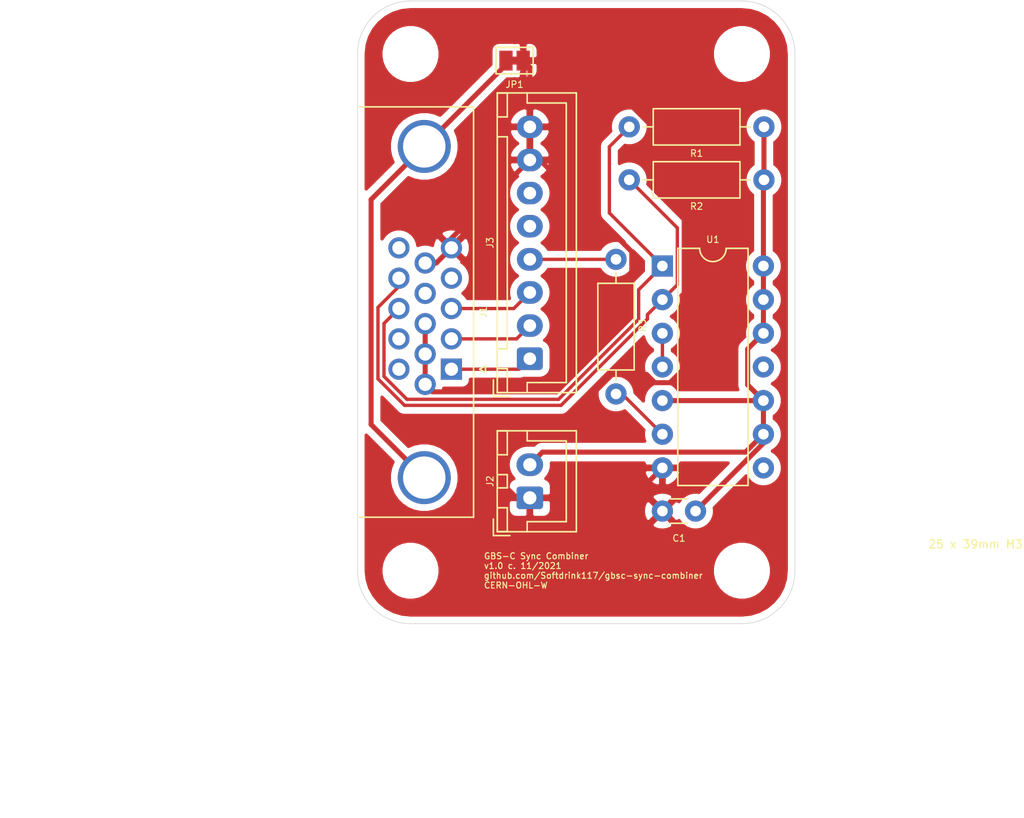
<source format=kicad_pcb>
(kicad_pcb (version 20171130) (host pcbnew "(5.1.10)-1")

  (general
    (thickness 1.6)
    (drawings 21)
    (tracks 85)
    (zones 0)
    (modules 13)
    (nets 21)
  )

  (page A4)
  (layers
    (0 F.Cu signal)
    (31 B.Cu signal)
    (32 B.Adhes user)
    (33 F.Adhes user)
    (34 B.Paste user)
    (35 F.Paste user)
    (36 B.SilkS user)
    (37 F.SilkS user)
    (38 B.Mask user)
    (39 F.Mask user)
    (40 Dwgs.User user)
    (41 Cmts.User user)
    (42 Eco1.User user)
    (43 Eco2.User user)
    (44 Edge.Cuts user)
    (45 Margin user)
    (46 B.CrtYd user)
    (47 F.CrtYd user)
    (48 B.Fab user)
    (49 F.Fab user)
  )

  (setup
    (last_trace_width 0.254)
    (trace_clearance 0.2)
    (zone_clearance 0.508)
    (zone_45_only no)
    (trace_min 0.2032)
    (via_size 0.8)
    (via_drill 0.4)
    (via_min_size 0.4)
    (via_min_drill 0.3)
    (uvia_size 0.3)
    (uvia_drill 0.1)
    (uvias_allowed no)
    (uvia_min_size 0.2)
    (uvia_min_drill 0.1)
    (edge_width 0.05)
    (segment_width 0.2)
    (pcb_text_width 0.3)
    (pcb_text_size 1.5 1.5)
    (mod_edge_width 0.12)
    (mod_text_size 1 1)
    (mod_text_width 0.15)
    (pad_size 1.524 1.524)
    (pad_drill 0.762)
    (pad_to_mask_clearance 0)
    (aux_axis_origin 0 0)
    (visible_elements 7FFFFFFF)
    (pcbplotparams
      (layerselection 0x010fc_ffffffff)
      (usegerberextensions false)
      (usegerberattributes true)
      (usegerberadvancedattributes true)
      (creategerberjobfile true)
      (excludeedgelayer true)
      (linewidth 0.100000)
      (plotframeref false)
      (viasonmask false)
      (mode 1)
      (useauxorigin false)
      (hpglpennumber 1)
      (hpglpenspeed 20)
      (hpglpendiameter 15.000000)
      (psnegative false)
      (psa4output false)
      (plotreference true)
      (plotvalue true)
      (plotinvisibletext false)
      (padsonsilk false)
      (subtractmaskfromsilk false)
      (outputformat 1)
      (mirror false)
      (drillshape 1)
      (scaleselection 1)
      (outputdirectory ""))
  )

  (net 0 "")
  (net 1 GND)
  (net 2 +5V)
  (net 3 "Net-(J1-Pad0)")
  (net 4 "Net-(J1-Pad15)")
  (net 5 /VSync)
  (net 6 /HSync)
  (net 7 "Net-(J1-Pad12)")
  (net 8 "Net-(J1-Pad11)")
  (net 9 "Net-(J1-Pad9)")
  (net 10 "Net-(J1-Pad4)")
  (net 11 Blue)
  (net 12 Green)
  (net 13 Red)
  (net 14 "Net-(J3-Pad5)")
  (net 15 "Net-(J3-Pad4)")
  (net 16 /CSync)
  (net 17 "Net-(U1-Pad11)")
  (net 18 "Net-(U1-Pad3)")
  (net 19 "Net-(U1-Pad8)")
  (net 20 "Net-(J3-Pad6)")

  (net_class Default "This is the default net class."
    (clearance 0.2)
    (trace_width 0.254)
    (via_dia 0.8)
    (via_drill 0.4)
    (uvia_dia 0.3)
    (uvia_drill 0.1)
    (add_net /CSync)
    (add_net /HSync)
    (add_net /VSync)
    (add_net Blue)
    (add_net Green)
    (add_net "Net-(J1-Pad11)")
    (add_net "Net-(J1-Pad12)")
    (add_net "Net-(J1-Pad15)")
    (add_net "Net-(J1-Pad4)")
    (add_net "Net-(J1-Pad9)")
    (add_net "Net-(J3-Pad4)")
    (add_net "Net-(J3-Pad5)")
    (add_net "Net-(J3-Pad6)")
    (add_net "Net-(U1-Pad11)")
    (add_net "Net-(U1-Pad3)")
    (add_net "Net-(U1-Pad8)")
    (add_net Red)
  )

  (net_class Power ""
    (clearance 0.2)
    (trace_width 0.381)
    (via_dia 0.8)
    (via_drill 0.4)
    (uvia_dia 0.3)
    (uvia_drill 0.1)
    (add_net +5V)
    (add_net GND)
    (add_net "Net-(J1-Pad0)")
  )

  (module Jumper:SolderJumper-2_P1.3mm_Bridged_Pad1.0x1.5mm (layer F.Cu) (tedit 5C756AB2) (tstamp 617B94AF)
    (at 108.85 53.5 180)
    (descr "SMD Solder Jumper, 1x1.5mm Pads, 0.3mm gap, bridged with 1 copper strip")
    (tags "solder jumper open")
    (path /617C9602)
    (attr virtual)
    (fp_text reference JP1 (at 0 -1.8) (layer F.SilkS)
      (effects (font (size 0.5 0.5) (thickness 0.075)))
    )
    (fp_text value SolderJumper_2_Bridged (at 0 1.9) (layer F.Fab)
      (effects (font (size 0.5 0.5) (thickness 0.075)))
    )
    (fp_line (start -1.4 1) (end -1.4 -1) (layer F.SilkS) (width 0.12))
    (fp_line (start 1.4 1) (end -1.4 1) (layer F.SilkS) (width 0.12))
    (fp_line (start 1.4 -1) (end 1.4 1) (layer F.SilkS) (width 0.12))
    (fp_line (start -1.4 -1) (end 1.4 -1) (layer F.SilkS) (width 0.12))
    (fp_line (start -1.65 -1.25) (end 1.65 -1.25) (layer F.CrtYd) (width 0.05))
    (fp_line (start -1.65 -1.25) (end -1.65 1.25) (layer F.CrtYd) (width 0.05))
    (fp_line (start 1.65 1.25) (end 1.65 -1.25) (layer F.CrtYd) (width 0.05))
    (fp_line (start 1.65 1.25) (end -1.65 1.25) (layer F.CrtYd) (width 0.05))
    (fp_poly (pts (xy -0.25 -0.3) (xy 0.25 -0.3) (xy 0.25 0.3) (xy -0.25 0.3)) (layer F.Cu) (width 0))
    (pad 2 smd rect (at 0.65 0 180) (size 1 1.5) (layers F.Cu F.Mask)
      (net 3 "Net-(J1-Pad0)"))
    (pad 1 smd rect (at -0.65 0 180) (size 1 1.5) (layers F.Cu F.Mask)
      (net 1 GND))
  )

  (module MountingHole:MountingHole_3.2mm_M3 (layer F.Cu) (tedit 56D1B4CB) (tstamp 617BCC0F)
    (at 126 53)
    (descr "Mounting Hole 3.2mm, no annular, M3")
    (tags "mounting hole 3.2mm no annular m3")
    (path /618A904E)
    (attr virtual)
    (fp_text reference H4 (at 0 -4.2) (layer F.SilkS) hide
      (effects (font (size 0.5 0.5) (thickness 0.075)))
    )
    (fp_text value MountingHole (at 0 4.2) (layer F.Fab) hide
      (effects (font (size 0.5 0.5) (thickness 0.075)))
    )
    (fp_circle (center 0 0) (end 3.2 0) (layer Cmts.User) (width 0.15))
    (fp_circle (center 0 0) (end 3.45 0) (layer F.CrtYd) (width 0.05))
    (fp_text user %R (at 0.3 0) (layer F.Fab) hide
      (effects (font (size 0.5 0.5) (thickness 0.075)))
    )
    (pad 1 np_thru_hole circle (at 0 0) (size 3.2 3.2) (drill 3.2) (layers *.Cu *.Mask))
  )

  (module MountingHole:MountingHole_3.2mm_M3 (layer F.Cu) (tedit 56D1B4CB) (tstamp 617BCC07)
    (at 126 92)
    (descr "Mounting Hole 3.2mm, no annular, M3")
    (tags "mounting hole 3.2mm no annular m3")
    (path /618A8B98)
    (attr virtual)
    (fp_text reference H3 (at 0 -4.2) (layer F.SilkS) hide
      (effects (font (size 0.5 0.5) (thickness 0.075)))
    )
    (fp_text value MountingHole (at 0 4.2) (layer F.Fab) hide
      (effects (font (size 0.5 0.5) (thickness 0.075)))
    )
    (fp_circle (center 0 0) (end 3.2 0) (layer Cmts.User) (width 0.15))
    (fp_circle (center 0 0) (end 3.45 0) (layer F.CrtYd) (width 0.05))
    (fp_text user %R (at 0.3 0) (layer F.Fab) hide
      (effects (font (size 0.5 0.5) (thickness 0.075)))
    )
    (pad 1 np_thru_hole circle (at 0 0) (size 3.2 3.2) (drill 3.2) (layers *.Cu *.Mask))
  )

  (module MountingHole:MountingHole_3.2mm_M3 (layer F.Cu) (tedit 56D1B4CB) (tstamp 617BCBFF)
    (at 101 92)
    (descr "Mounting Hole 3.2mm, no annular, M3")
    (tags "mounting hole 3.2mm no annular m3")
    (path /618A6908)
    (attr virtual)
    (fp_text reference H2 (at 0 -4.2) (layer F.SilkS) hide
      (effects (font (size 0.5 0.5) (thickness 0.075)))
    )
    (fp_text value MountingHole (at 0 4.2) (layer F.Fab) hide
      (effects (font (size 0.5 0.5) (thickness 0.075)))
    )
    (fp_circle (center 0 0) (end 3.2 0) (layer Cmts.User) (width 0.15))
    (fp_circle (center 0 0) (end 3.45 0) (layer F.CrtYd) (width 0.05))
    (fp_text user %R (at 0.3 0) (layer F.Fab) hide
      (effects (font (size 0.5 0.5) (thickness 0.075)))
    )
    (pad 1 np_thru_hole circle (at 0 0) (size 3.2 3.2) (drill 3.2) (layers *.Cu *.Mask))
  )

  (module MountingHole:MountingHole_3.2mm_M3 (layer F.Cu) (tedit 56D1B4CB) (tstamp 617BCBF7)
    (at 101 53)
    (descr "Mounting Hole 3.2mm, no annular, M3")
    (tags "mounting hole 3.2mm no annular m3")
    (path /618A8867)
    (attr virtual)
    (fp_text reference H1 (at 0 -4.2) (layer F.SilkS) hide
      (effects (font (size 0.5 0.5) (thickness 0.075)))
    )
    (fp_text value MountingHole (at 0 4.2) (layer F.Fab) hide
      (effects (font (size 0.5 0.5) (thickness 0.075)))
    )
    (fp_circle (center 0 0) (end 3.2 0) (layer Cmts.User) (width 0.15))
    (fp_circle (center 0 0) (end 3.45 0) (layer F.CrtYd) (width 0.05))
    (fp_text user %R (at 0.3 0) (layer F.Fab) hide
      (effects (font (size 0.5 0.5) (thickness 0.075)))
    )
    (pad 1 np_thru_hole circle (at 0 0) (size 3.2 3.2) (drill 3.2) (layers *.Cu *.Mask))
  )

  (module Connector_Dsub:DSUB-15-HD_Female_Horizontal_P2.29x1.98mm_EdgePinOffset3.03mm_Housed_MountingHolesOffset4.94mm (layer F.Cu) (tedit 59FEDEE2) (tstamp 6184BC03)
    (at 104.08666 76.79182 270)
    (descr "15-pin D-Sub connector, horizontal/angled (90 deg), THT-mount, female, pitch 2.29x1.98mm, pin-PCB-offset 3.0300000000000002mm, distance of mounting holes 25mm, distance of mounting holes to PCB edge 4.9399999999999995mm, see https://disti-assets.s3.amazonaws.com/tonar/files/datasheets/16730.pdf")
    (tags "15-pin D-Sub connector horizontal angled 90deg THT female pitch 2.29x1.98mm pin-PCB-offset 3.0300000000000002mm mounting-holes-distance 25mm mounting-hole-offset 25mm")
    (path /617AF535)
    (fp_text reference J1 (at -4.315 -2.41334 90) (layer F.SilkS)
      (effects (font (size 0.5 0.5) (thickness 0.075)))
    )
    (fp_text value DB15_Female_HighDensity_MountingHoles (at -4.315 14.89 90) (layer F.Fab)
      (effects (font (size 0.5 0.5) (thickness 0.075)))
    )
    (fp_line (start 11.65 -2.15) (end -20.25 -2.15) (layer F.CrtYd) (width 0.05))
    (fp_line (start 11.65 13.9) (end 11.65 -2.15) (layer F.CrtYd) (width 0.05))
    (fp_line (start -20.25 13.9) (end 11.65 13.9) (layer F.CrtYd) (width 0.05))
    (fp_line (start -20.25 -2.15) (end -20.25 13.9) (layer F.CrtYd) (width 0.05))
    (fp_line (start 0 -2.131325) (end -0.25 -2.564338) (layer F.SilkS) (width 0.12))
    (fp_line (start 0.25 -2.564338) (end 0 -2.131325) (layer F.SilkS) (width 0.12))
    (fp_line (start -0.25 -2.564338) (end 0.25 -2.564338) (layer F.SilkS) (width 0.12))
    (fp_line (start 11.17 -1.67) (end 11.17 6.93) (layer F.SilkS) (width 0.12))
    (fp_line (start -19.8 -1.67) (end 11.17 -1.67) (layer F.SilkS) (width 0.12))
    (fp_line (start -19.8 6.93) (end -19.8 -1.67) (layer F.SilkS) (width 0.12))
    (fp_line (start 9.785 6.99) (end 9.785 2.05) (layer F.Fab) (width 0.1))
    (fp_line (start 6.585 6.99) (end 6.585 2.05) (layer F.Fab) (width 0.1))
    (fp_line (start -15.215 6.99) (end -15.215 2.05) (layer F.Fab) (width 0.1))
    (fp_line (start -18.415 6.99) (end -18.415 2.05) (layer F.Fab) (width 0.1))
    (fp_line (start 10.685 7.39) (end 5.685 7.39) (layer F.Fab) (width 0.1))
    (fp_line (start 10.685 12.39) (end 10.685 7.39) (layer F.Fab) (width 0.1))
    (fp_line (start 5.685 12.39) (end 10.685 12.39) (layer F.Fab) (width 0.1))
    (fp_line (start 5.685 7.39) (end 5.685 12.39) (layer F.Fab) (width 0.1))
    (fp_line (start -14.315 7.39) (end -19.315 7.39) (layer F.Fab) (width 0.1))
    (fp_line (start -14.315 12.39) (end -14.315 7.39) (layer F.Fab) (width 0.1))
    (fp_line (start -19.315 12.39) (end -14.315 12.39) (layer F.Fab) (width 0.1))
    (fp_line (start -19.315 7.39) (end -19.315 12.39) (layer F.Fab) (width 0.1))
    (fp_line (start 3.835 7.39) (end -12.465 7.39) (layer F.Fab) (width 0.1))
    (fp_line (start 3.835 13.39) (end 3.835 7.39) (layer F.Fab) (width 0.1))
    (fp_line (start -12.465 13.39) (end 3.835 13.39) (layer F.Fab) (width 0.1))
    (fp_line (start -12.465 7.39) (end -12.465 13.39) (layer F.Fab) (width 0.1))
    (fp_line (start 11.11 6.99) (end -19.74 6.99) (layer F.Fab) (width 0.1))
    (fp_line (start 11.11 7.39) (end 11.11 6.99) (layer F.Fab) (width 0.1))
    (fp_line (start -19.74 7.39) (end 11.11 7.39) (layer F.Fab) (width 0.1))
    (fp_line (start -19.74 6.99) (end -19.74 7.39) (layer F.Fab) (width 0.1))
    (fp_line (start 11.11 -1.61) (end -19.74 -1.61) (layer F.Fab) (width 0.1))
    (fp_line (start 11.11 6.99) (end 11.11 -1.61) (layer F.Fab) (width 0.1))
    (fp_line (start -19.74 6.99) (end 11.11 6.99) (layer F.Fab) (width 0.1))
    (fp_line (start -19.74 -1.61) (end -19.74 6.99) (layer F.Fab) (width 0.1))
    (fp_arc (start -16.815 2.05) (end -18.415 2.05) (angle 180) (layer F.Fab) (width 0.1))
    (fp_arc (start 8.185 2.05) (end 6.585 2.05) (angle 180) (layer F.Fab) (width 0.1))
    (fp_text user %R (at -4.315 10.39 90) (layer F.Fab)
      (effects (font (size 0.5 0.5) (thickness 0.075)))
    )
    (pad 1 thru_hole rect (at 0 0 270) (size 1.6 1.6) (drill 1) (layers *.Cu *.Mask)
      (net 13 Red))
    (pad 2 thru_hole circle (at -2.29 0 270) (size 1.6 1.6) (drill 1) (layers *.Cu *.Mask)
      (net 12 Green))
    (pad 3 thru_hole circle (at -4.58 0 270) (size 1.6 1.6) (drill 1) (layers *.Cu *.Mask)
      (net 11 Blue))
    (pad 4 thru_hole circle (at -6.87 0 270) (size 1.6 1.6) (drill 1) (layers *.Cu *.Mask)
      (net 10 "Net-(J1-Pad4)"))
    (pad 5 thru_hole circle (at -9.16 0 270) (size 1.6 1.6) (drill 1) (layers *.Cu *.Mask)
      (net 1 GND))
    (pad 6 thru_hole circle (at 1.145 1.98 270) (size 1.6 1.6) (drill 1) (layers *.Cu *.Mask)
      (net 1 GND))
    (pad 7 thru_hole circle (at -1.145 1.98 270) (size 1.6 1.6) (drill 1) (layers *.Cu *.Mask)
      (net 1 GND))
    (pad 8 thru_hole circle (at -3.435 1.98 270) (size 1.6 1.6) (drill 1) (layers *.Cu *.Mask)
      (net 1 GND))
    (pad 9 thru_hole circle (at -5.725 1.98 270) (size 1.6 1.6) (drill 1) (layers *.Cu *.Mask)
      (net 9 "Net-(J1-Pad9)"))
    (pad 10 thru_hole circle (at -8.015 1.98 270) (size 1.6 1.6) (drill 1) (layers *.Cu *.Mask)
      (net 1 GND))
    (pad 11 thru_hole circle (at 0 3.96 270) (size 1.6 1.6) (drill 1) (layers *.Cu *.Mask)
      (net 8 "Net-(J1-Pad11)"))
    (pad 12 thru_hole circle (at -2.29 3.96 270) (size 1.6 1.6) (drill 1) (layers *.Cu *.Mask)
      (net 7 "Net-(J1-Pad12)"))
    (pad 13 thru_hole circle (at -4.58 3.96 270) (size 1.6 1.6) (drill 1) (layers *.Cu *.Mask)
      (net 6 /HSync))
    (pad 14 thru_hole circle (at -6.87 3.96 270) (size 1.6 1.6) (drill 1) (layers *.Cu *.Mask)
      (net 5 /VSync))
    (pad 15 thru_hole circle (at -9.16 3.96 270) (size 1.6 1.6) (drill 1) (layers *.Cu *.Mask)
      (net 4 "Net-(J1-Pad15)"))
    (pad 0 thru_hole circle (at -16.815 2.05 270) (size 4 4) (drill 3.2) (layers *.Cu *.Mask)
      (net 3 "Net-(J1-Pad0)"))
    (pad 0 thru_hole circle (at 8.185 2.05 270) (size 4 4) (drill 3.2) (layers *.Cu *.Mask)
      (net 3 "Net-(J1-Pad0)"))
    (model ${KISYS3DMOD}/Connector_Dsub.3dshapes/DSUB-15-HD_Female_Horizontal_P2.29x1.98mm_EdgePinOffset3.03mm_Housed_MountingHolesOffset4.94mm.wrl
      (at (xyz 0 0 0))
      (scale (xyz 1 1 1))
      (rotate (xyz 0 0 0))
    )
  )

  (module Package_DIP:DIP-14_W7.62mm (layer F.Cu) (tedit 5A02E8C5) (tstamp 617B9516)
    (at 120 69)
    (descr "14-lead though-hole mounted DIP package, row spacing 7.62 mm (300 mils)")
    (tags "THT DIP DIL PDIP 2.54mm 7.62mm 300mil")
    (path /617B8B9C)
    (fp_text reference U1 (at 3.81 -2) (layer F.SilkS)
      (effects (font (size 0.5 0.5) (thickness 0.075)))
    )
    (fp_text value 74LS86 (at 3.81 17.57) (layer F.Fab)
      (effects (font (size 0.5 0.5) (thickness 0.075)))
    )
    (fp_line (start 1.635 -1.27) (end 6.985 -1.27) (layer F.Fab) (width 0.1))
    (fp_line (start 6.985 -1.27) (end 6.985 16.51) (layer F.Fab) (width 0.1))
    (fp_line (start 6.985 16.51) (end 0.635 16.51) (layer F.Fab) (width 0.1))
    (fp_line (start 0.635 16.51) (end 0.635 -0.27) (layer F.Fab) (width 0.1))
    (fp_line (start 0.635 -0.27) (end 1.635 -1.27) (layer F.Fab) (width 0.1))
    (fp_line (start 2.81 -1.33) (end 1.16 -1.33) (layer F.SilkS) (width 0.12))
    (fp_line (start 1.16 -1.33) (end 1.16 16.57) (layer F.SilkS) (width 0.12))
    (fp_line (start 1.16 16.57) (end 6.46 16.57) (layer F.SilkS) (width 0.12))
    (fp_line (start 6.46 16.57) (end 6.46 -1.33) (layer F.SilkS) (width 0.12))
    (fp_line (start 6.46 -1.33) (end 4.81 -1.33) (layer F.SilkS) (width 0.12))
    (fp_line (start -1.1 -1.55) (end -1.1 16.8) (layer F.CrtYd) (width 0.05))
    (fp_line (start -1.1 16.8) (end 8.7 16.8) (layer F.CrtYd) (width 0.05))
    (fp_line (start 8.7 16.8) (end 8.7 -1.55) (layer F.CrtYd) (width 0.05))
    (fp_line (start 8.7 -1.55) (end -1.1 -1.55) (layer F.CrtYd) (width 0.05))
    (fp_text user %R (at 3.81 7.62) (layer F.Fab)
      (effects (font (size 0.5 0.5) (thickness 0.075)))
    )
    (fp_arc (start 3.81 -1.33) (end 2.81 -1.33) (angle -180) (layer F.SilkS) (width 0.12))
    (pad 14 thru_hole oval (at 7.62 0) (size 1.6 1.6) (drill 0.8) (layers *.Cu *.Mask)
      (net 2 +5V))
    (pad 7 thru_hole oval (at 0 15.24) (size 1.6 1.6) (drill 0.8) (layers *.Cu *.Mask)
      (net 1 GND))
    (pad 13 thru_hole oval (at 7.62 2.54) (size 1.6 1.6) (drill 0.8) (layers *.Cu *.Mask)
      (net 2 +5V))
    (pad 6 thru_hole oval (at 0 12.7) (size 1.6 1.6) (drill 0.8) (layers *.Cu *.Mask)
      (net 16 /CSync))
    (pad 12 thru_hole oval (at 7.62 5.08) (size 1.6 1.6) (drill 0.8) (layers *.Cu *.Mask)
      (net 2 +5V))
    (pad 5 thru_hole oval (at 0 10.16) (size 1.6 1.6) (drill 0.8) (layers *.Cu *.Mask)
      (net 2 +5V))
    (pad 11 thru_hole oval (at 7.62 7.62) (size 1.6 1.6) (drill 0.8) (layers *.Cu *.Mask)
      (net 17 "Net-(U1-Pad11)"))
    (pad 4 thru_hole oval (at 0 7.62) (size 1.6 1.6) (drill 0.8) (layers *.Cu *.Mask)
      (net 18 "Net-(U1-Pad3)"))
    (pad 10 thru_hole oval (at 7.62 10.16) (size 1.6 1.6) (drill 0.8) (layers *.Cu *.Mask)
      (net 2 +5V))
    (pad 3 thru_hole oval (at 0 5.08) (size 1.6 1.6) (drill 0.8) (layers *.Cu *.Mask)
      (net 18 "Net-(U1-Pad3)"))
    (pad 9 thru_hole oval (at 7.62 12.7) (size 1.6 1.6) (drill 0.8) (layers *.Cu *.Mask)
      (net 2 +5V))
    (pad 2 thru_hole oval (at 0 2.54) (size 1.6 1.6) (drill 0.8) (layers *.Cu *.Mask)
      (net 5 /VSync))
    (pad 8 thru_hole oval (at 7.62 15.24) (size 1.6 1.6) (drill 0.8) (layers *.Cu *.Mask)
      (net 19 "Net-(U1-Pad8)"))
    (pad 1 thru_hole rect (at 0 0) (size 1.6 1.6) (drill 0.8) (layers *.Cu *.Mask)
      (net 6 /HSync))
    (model ${KISYS3DMOD}/Package_DIP.3dshapes/DIP-14_W7.62mm.wrl
      (at (xyz 0 0 0))
      (scale (xyz 1 1 1))
      (rotate (xyz 0 0 0))
    )
  )

  (module Resistor_THT:R_Axial_DIN0207_L6.3mm_D2.5mm_P10.16mm_Horizontal (layer F.Cu) (tedit 5AE5139B) (tstamp 61897258)
    (at 116.5 68.5 270)
    (descr "Resistor, Axial_DIN0207 series, Axial, Horizontal, pin pitch=10.16mm, 0.25W = 1/4W, length*diameter=6.3*2.5mm^2, http://cdn-reichelt.de/documents/datenblatt/B400/1_4W%23YAG.pdf")
    (tags "Resistor Axial_DIN0207 series Axial Horizontal pin pitch 10.16mm 0.25W = 1/4W length 6.3mm diameter 2.5mm")
    (path /617F445A)
    (fp_text reference R3 (at 5 -2 90) (layer F.SilkS)
      (effects (font (size 0.5 0.5) (thickness 0.075)))
    )
    (fp_text value 470Ohm (at 5.08 2.37 90) (layer F.Fab)
      (effects (font (size 0.5 0.5) (thickness 0.075)))
    )
    (fp_line (start 1.93 -1.25) (end 1.93 1.25) (layer F.Fab) (width 0.1))
    (fp_line (start 1.93 1.25) (end 8.23 1.25) (layer F.Fab) (width 0.1))
    (fp_line (start 8.23 1.25) (end 8.23 -1.25) (layer F.Fab) (width 0.1))
    (fp_line (start 8.23 -1.25) (end 1.93 -1.25) (layer F.Fab) (width 0.1))
    (fp_line (start 0 0) (end 1.93 0) (layer F.Fab) (width 0.1))
    (fp_line (start 10.16 0) (end 8.23 0) (layer F.Fab) (width 0.1))
    (fp_line (start 1.81 -1.37) (end 1.81 1.37) (layer F.SilkS) (width 0.12))
    (fp_line (start 1.81 1.37) (end 8.35 1.37) (layer F.SilkS) (width 0.12))
    (fp_line (start 8.35 1.37) (end 8.35 -1.37) (layer F.SilkS) (width 0.12))
    (fp_line (start 8.35 -1.37) (end 1.81 -1.37) (layer F.SilkS) (width 0.12))
    (fp_line (start 1.04 0) (end 1.81 0) (layer F.SilkS) (width 0.12))
    (fp_line (start 9.12 0) (end 8.35 0) (layer F.SilkS) (width 0.12))
    (fp_line (start -1.05 -1.5) (end -1.05 1.5) (layer F.CrtYd) (width 0.05))
    (fp_line (start -1.05 1.5) (end 11.21 1.5) (layer F.CrtYd) (width 0.05))
    (fp_line (start 11.21 1.5) (end 11.21 -1.5) (layer F.CrtYd) (width 0.05))
    (fp_line (start 11.21 -1.5) (end -1.05 -1.5) (layer F.CrtYd) (width 0.05))
    (fp_text user %R (at 5.08 0 90) (layer F.Fab)
      (effects (font (size 0.5 0.5) (thickness 0.075)))
    )
    (pad 2 thru_hole oval (at 10.16 0 270) (size 1.6 1.6) (drill 0.8) (layers *.Cu *.Mask)
      (net 16 /CSync))
    (pad 1 thru_hole circle (at 0 0 270) (size 1.6 1.6) (drill 0.8) (layers *.Cu *.Mask)
      (net 15 "Net-(J3-Pad4)"))
    (model ${KISYS3DMOD}/Resistor_THT.3dshapes/R_Axial_DIN0207_L6.3mm_D2.5mm_P10.16mm_Horizontal.wrl
      (at (xyz 0 0 0))
      (scale (xyz 1 1 1))
      (rotate (xyz 0 0 0))
    )
  )

  (module Resistor_THT:R_Axial_DIN0207_L6.3mm_D2.5mm_P10.16mm_Horizontal (layer F.Cu) (tedit 5AE5139B) (tstamp 618972C7)
    (at 117.5 62.5)
    (descr "Resistor, Axial_DIN0207 series, Axial, Horizontal, pin pitch=10.16mm, 0.25W = 1/4W, length*diameter=6.3*2.5mm^2, http://cdn-reichelt.de/documents/datenblatt/B400/1_4W%23YAG.pdf")
    (tags "Resistor Axial_DIN0207 series Axial Horizontal pin pitch 10.16mm 0.25W = 1/4W length 6.3mm diameter 2.5mm")
    (path /617C4DEA)
    (fp_text reference R2 (at 5.08 2) (layer F.SilkS)
      (effects (font (size 0.5 0.5) (thickness 0.075)))
    )
    (fp_text value 10k (at 5.08 2.37) (layer F.Fab)
      (effects (font (size 0.5 0.5) (thickness 0.075)))
    )
    (fp_line (start 1.93 -1.25) (end 1.93 1.25) (layer F.Fab) (width 0.1))
    (fp_line (start 1.93 1.25) (end 8.23 1.25) (layer F.Fab) (width 0.1))
    (fp_line (start 8.23 1.25) (end 8.23 -1.25) (layer F.Fab) (width 0.1))
    (fp_line (start 8.23 -1.25) (end 1.93 -1.25) (layer F.Fab) (width 0.1))
    (fp_line (start 0 0) (end 1.93 0) (layer F.Fab) (width 0.1))
    (fp_line (start 10.16 0) (end 8.23 0) (layer F.Fab) (width 0.1))
    (fp_line (start 1.81 -1.37) (end 1.81 1.37) (layer F.SilkS) (width 0.12))
    (fp_line (start 1.81 1.37) (end 8.35 1.37) (layer F.SilkS) (width 0.12))
    (fp_line (start 8.35 1.37) (end 8.35 -1.37) (layer F.SilkS) (width 0.12))
    (fp_line (start 8.35 -1.37) (end 1.81 -1.37) (layer F.SilkS) (width 0.12))
    (fp_line (start 1.04 0) (end 1.81 0) (layer F.SilkS) (width 0.12))
    (fp_line (start 9.12 0) (end 8.35 0) (layer F.SilkS) (width 0.12))
    (fp_line (start -1.05 -1.5) (end -1.05 1.5) (layer F.CrtYd) (width 0.05))
    (fp_line (start -1.05 1.5) (end 11.21 1.5) (layer F.CrtYd) (width 0.05))
    (fp_line (start 11.21 1.5) (end 11.21 -1.5) (layer F.CrtYd) (width 0.05))
    (fp_line (start 11.21 -1.5) (end -1.05 -1.5) (layer F.CrtYd) (width 0.05))
    (fp_text user %R (at 5.08 0) (layer F.Fab)
      (effects (font (size 0.5 0.5) (thickness 0.075)))
    )
    (pad 2 thru_hole oval (at 10.16 0) (size 1.6 1.6) (drill 0.8) (layers *.Cu *.Mask)
      (net 2 +5V))
    (pad 1 thru_hole circle (at 0 0) (size 1.6 1.6) (drill 0.8) (layers *.Cu *.Mask)
      (net 5 /VSync))
    (model ${KISYS3DMOD}/Resistor_THT.3dshapes/R_Axial_DIN0207_L6.3mm_D2.5mm_P10.16mm_Horizontal.wrl
      (at (xyz 0 0 0))
      (scale (xyz 1 1 1))
      (rotate (xyz 0 0 0))
    )
  )

  (module Resistor_THT:R_Axial_DIN0207_L6.3mm_D2.5mm_P10.16mm_Horizontal (layer F.Cu) (tedit 5AE5139B) (tstamp 617B9AD1)
    (at 117.5 58.5)
    (descr "Resistor, Axial_DIN0207 series, Axial, Horizontal, pin pitch=10.16mm, 0.25W = 1/4W, length*diameter=6.3*2.5mm^2, http://cdn-reichelt.de/documents/datenblatt/B400/1_4W%23YAG.pdf")
    (tags "Resistor Axial_DIN0207 series Axial Horizontal pin pitch 10.16mm 0.25W = 1/4W length 6.3mm diameter 2.5mm")
    (path /617C3DD7)
    (fp_text reference R1 (at 5.08 2) (layer F.SilkS)
      (effects (font (size 0.5 0.5) (thickness 0.075)))
    )
    (fp_text value 10k (at 5.08 2.37) (layer F.Fab)
      (effects (font (size 0.5 0.5) (thickness 0.075)))
    )
    (fp_line (start 1.93 -1.25) (end 1.93 1.25) (layer F.Fab) (width 0.1))
    (fp_line (start 1.93 1.25) (end 8.23 1.25) (layer F.Fab) (width 0.1))
    (fp_line (start 8.23 1.25) (end 8.23 -1.25) (layer F.Fab) (width 0.1))
    (fp_line (start 8.23 -1.25) (end 1.93 -1.25) (layer F.Fab) (width 0.1))
    (fp_line (start 0 0) (end 1.93 0) (layer F.Fab) (width 0.1))
    (fp_line (start 10.16 0) (end 8.23 0) (layer F.Fab) (width 0.1))
    (fp_line (start 1.81 -1.37) (end 1.81 1.37) (layer F.SilkS) (width 0.12))
    (fp_line (start 1.81 1.37) (end 8.35 1.37) (layer F.SilkS) (width 0.12))
    (fp_line (start 8.35 1.37) (end 8.35 -1.37) (layer F.SilkS) (width 0.12))
    (fp_line (start 8.35 -1.37) (end 1.81 -1.37) (layer F.SilkS) (width 0.12))
    (fp_line (start 1.04 0) (end 1.81 0) (layer F.SilkS) (width 0.12))
    (fp_line (start 9.12 0) (end 8.35 0) (layer F.SilkS) (width 0.12))
    (fp_line (start -1.05 -1.5) (end -1.05 1.5) (layer F.CrtYd) (width 0.05))
    (fp_line (start -1.05 1.5) (end 11.21 1.5) (layer F.CrtYd) (width 0.05))
    (fp_line (start 11.21 1.5) (end 11.21 -1.5) (layer F.CrtYd) (width 0.05))
    (fp_line (start 11.21 -1.5) (end -1.05 -1.5) (layer F.CrtYd) (width 0.05))
    (fp_text user %R (at 5.08 0) (layer F.Fab)
      (effects (font (size 0.5 0.5) (thickness 0.075)))
    )
    (pad 2 thru_hole oval (at 10.16 0) (size 1.6 1.6) (drill 0.8) (layers *.Cu *.Mask)
      (net 2 +5V))
    (pad 1 thru_hole circle (at 0 0) (size 1.6 1.6) (drill 0.8) (layers *.Cu *.Mask)
      (net 6 /HSync))
    (model ${KISYS3DMOD}/Resistor_THT.3dshapes/R_Axial_DIN0207_L6.3mm_D2.5mm_P10.16mm_Horizontal.wrl
      (at (xyz 0 0 0))
      (scale (xyz 1 1 1))
      (rotate (xyz 0 0 0))
    )
  )

  (module Connector_JST:JST_XH_B8B-XH-A_1x08_P2.50mm_Vertical (layer F.Cu) (tedit 5C28146C) (tstamp 617B94A0)
    (at 110 76 90)
    (descr "JST XH series connector, B8B-XH-A (http://www.jst-mfg.com/product/pdf/eng/eXH.pdf), generated with kicad-footprint-generator")
    (tags "connector JST XH vertical")
    (path /617E9E1B)
    (fp_text reference J3 (at 8.75 -3 90) (layer F.SilkS)
      (effects (font (size 0.5 0.5) (thickness 0.075)))
    )
    (fp_text value JST-XH (at 8.75 4.6 90) (layer F.Fab)
      (effects (font (size 0.5 0.5) (thickness 0.075)))
    )
    (fp_line (start -2.45 -2.35) (end -2.45 3.4) (layer F.Fab) (width 0.1))
    (fp_line (start -2.45 3.4) (end 19.95 3.4) (layer F.Fab) (width 0.1))
    (fp_line (start 19.95 3.4) (end 19.95 -2.35) (layer F.Fab) (width 0.1))
    (fp_line (start 19.95 -2.35) (end -2.45 -2.35) (layer F.Fab) (width 0.1))
    (fp_line (start -2.56 -2.46) (end -2.56 3.51) (layer F.SilkS) (width 0.12))
    (fp_line (start -2.56 3.51) (end 20.06 3.51) (layer F.SilkS) (width 0.12))
    (fp_line (start 20.06 3.51) (end 20.06 -2.46) (layer F.SilkS) (width 0.12))
    (fp_line (start 20.06 -2.46) (end -2.56 -2.46) (layer F.SilkS) (width 0.12))
    (fp_line (start -2.95 -2.85) (end -2.95 3.9) (layer F.CrtYd) (width 0.05))
    (fp_line (start -2.95 3.9) (end 20.45 3.9) (layer F.CrtYd) (width 0.05))
    (fp_line (start 20.45 3.9) (end 20.45 -2.85) (layer F.CrtYd) (width 0.05))
    (fp_line (start 20.45 -2.85) (end -2.95 -2.85) (layer F.CrtYd) (width 0.05))
    (fp_line (start -0.625 -2.35) (end 0 -1.35) (layer F.Fab) (width 0.1))
    (fp_line (start 0 -1.35) (end 0.625 -2.35) (layer F.Fab) (width 0.1))
    (fp_line (start 0.75 -2.45) (end 0.75 -1.7) (layer F.SilkS) (width 0.12))
    (fp_line (start 0.75 -1.7) (end 16.75 -1.7) (layer F.SilkS) (width 0.12))
    (fp_line (start 16.75 -1.7) (end 16.75 -2.45) (layer F.SilkS) (width 0.12))
    (fp_line (start 16.75 -2.45) (end 0.75 -2.45) (layer F.SilkS) (width 0.12))
    (fp_line (start -2.55 -2.45) (end -2.55 -1.7) (layer F.SilkS) (width 0.12))
    (fp_line (start -2.55 -1.7) (end -0.75 -1.7) (layer F.SilkS) (width 0.12))
    (fp_line (start -0.75 -1.7) (end -0.75 -2.45) (layer F.SilkS) (width 0.12))
    (fp_line (start -0.75 -2.45) (end -2.55 -2.45) (layer F.SilkS) (width 0.12))
    (fp_line (start 18.25 -2.45) (end 18.25 -1.7) (layer F.SilkS) (width 0.12))
    (fp_line (start 18.25 -1.7) (end 20.05 -1.7) (layer F.SilkS) (width 0.12))
    (fp_line (start 20.05 -1.7) (end 20.05 -2.45) (layer F.SilkS) (width 0.12))
    (fp_line (start 20.05 -2.45) (end 18.25 -2.45) (layer F.SilkS) (width 0.12))
    (fp_line (start -2.55 -0.2) (end -1.8 -0.2) (layer F.SilkS) (width 0.12))
    (fp_line (start -1.8 -0.2) (end -1.8 2.75) (layer F.SilkS) (width 0.12))
    (fp_line (start -1.8 2.75) (end 8.75 2.75) (layer F.SilkS) (width 0.12))
    (fp_line (start 20.05 -0.2) (end 19.3 -0.2) (layer F.SilkS) (width 0.12))
    (fp_line (start 19.3 -0.2) (end 19.3 2.75) (layer F.SilkS) (width 0.12))
    (fp_line (start 19.3 2.75) (end 8.75 2.75) (layer F.SilkS) (width 0.12))
    (fp_line (start -1.6 -2.75) (end -2.85 -2.75) (layer F.SilkS) (width 0.12))
    (fp_line (start -2.85 -2.75) (end -2.85 -1.5) (layer F.SilkS) (width 0.12))
    (fp_text user %R (at 8.75 2.7 90) (layer F.Fab)
      (effects (font (size 0.5 0.5) (thickness 0.075)))
    )
    (pad 8 thru_hole oval (at 17.5 0 90) (size 1.7 1.95) (drill 0.95) (layers *.Cu *.Mask)
      (net 1 GND))
    (pad 7 thru_hole oval (at 15 0 90) (size 1.7 1.95) (drill 0.95) (layers *.Cu *.Mask)
      (net 1 GND))
    (pad 6 thru_hole oval (at 12.5 0 90) (size 1.7 1.95) (drill 0.95) (layers *.Cu *.Mask)
      (net 20 "Net-(J3-Pad6)"))
    (pad 5 thru_hole oval (at 10 0 90) (size 1.7 1.95) (drill 0.95) (layers *.Cu *.Mask)
      (net 14 "Net-(J3-Pad5)"))
    (pad 4 thru_hole oval (at 7.5 0 90) (size 1.7 1.95) (drill 0.95) (layers *.Cu *.Mask)
      (net 15 "Net-(J3-Pad4)"))
    (pad 3 thru_hole oval (at 5 0 90) (size 1.7 1.95) (drill 0.95) (layers *.Cu *.Mask)
      (net 11 Blue))
    (pad 2 thru_hole oval (at 2.5 0 90) (size 1.7 1.95) (drill 0.95) (layers *.Cu *.Mask)
      (net 12 Green))
    (pad 1 thru_hole roundrect (at 0 0 90) (size 1.7 1.95) (drill 0.95) (layers *.Cu *.Mask) (roundrect_rratio 0.147059)
      (net 13 Red))
    (model ${KISYS3DMOD}/Connector_JST.3dshapes/JST_XH_B8B-XH-A_1x08_P2.50mm_Vertical.wrl
      (at (xyz 0 0 0))
      (scale (xyz 1 1 1))
      (rotate (xyz 0 0 0))
    )
  )

  (module Connector_JST:JST_XH_B2B-XH-A_1x02_P2.50mm_Vertical (layer F.Cu) (tedit 5C28146C) (tstamp 617B9471)
    (at 110 86.5 90)
    (descr "JST XH series connector, B2B-XH-A (http://www.jst-mfg.com/product/pdf/eng/eXH.pdf), generated with kicad-footprint-generator")
    (tags "connector JST XH vertical")
    (path /617E7B6B)
    (fp_text reference J2 (at 1.25 -3 90) (layer F.SilkS)
      (effects (font (size 0.5 0.5) (thickness 0.075)))
    )
    (fp_text value JST-XH (at 1.25 4.6 90) (layer F.Fab)
      (effects (font (size 0.5 0.5) (thickness 0.075)))
    )
    (fp_line (start -2.45 -2.35) (end -2.45 3.4) (layer F.Fab) (width 0.1))
    (fp_line (start -2.45 3.4) (end 4.95 3.4) (layer F.Fab) (width 0.1))
    (fp_line (start 4.95 3.4) (end 4.95 -2.35) (layer F.Fab) (width 0.1))
    (fp_line (start 4.95 -2.35) (end -2.45 -2.35) (layer F.Fab) (width 0.1))
    (fp_line (start -2.56 -2.46) (end -2.56 3.51) (layer F.SilkS) (width 0.12))
    (fp_line (start -2.56 3.51) (end 5.06 3.51) (layer F.SilkS) (width 0.12))
    (fp_line (start 5.06 3.51) (end 5.06 -2.46) (layer F.SilkS) (width 0.12))
    (fp_line (start 5.06 -2.46) (end -2.56 -2.46) (layer F.SilkS) (width 0.12))
    (fp_line (start -2.95 -2.85) (end -2.95 3.9) (layer F.CrtYd) (width 0.05))
    (fp_line (start -2.95 3.9) (end 5.45 3.9) (layer F.CrtYd) (width 0.05))
    (fp_line (start 5.45 3.9) (end 5.45 -2.85) (layer F.CrtYd) (width 0.05))
    (fp_line (start 5.45 -2.85) (end -2.95 -2.85) (layer F.CrtYd) (width 0.05))
    (fp_line (start -0.625 -2.35) (end 0 -1.35) (layer F.Fab) (width 0.1))
    (fp_line (start 0 -1.35) (end 0.625 -2.35) (layer F.Fab) (width 0.1))
    (fp_line (start 0.75 -2.45) (end 0.75 -1.7) (layer F.SilkS) (width 0.12))
    (fp_line (start 0.75 -1.7) (end 1.75 -1.7) (layer F.SilkS) (width 0.12))
    (fp_line (start 1.75 -1.7) (end 1.75 -2.45) (layer F.SilkS) (width 0.12))
    (fp_line (start 1.75 -2.45) (end 0.75 -2.45) (layer F.SilkS) (width 0.12))
    (fp_line (start -2.55 -2.45) (end -2.55 -1.7) (layer F.SilkS) (width 0.12))
    (fp_line (start -2.55 -1.7) (end -0.75 -1.7) (layer F.SilkS) (width 0.12))
    (fp_line (start -0.75 -1.7) (end -0.75 -2.45) (layer F.SilkS) (width 0.12))
    (fp_line (start -0.75 -2.45) (end -2.55 -2.45) (layer F.SilkS) (width 0.12))
    (fp_line (start 3.25 -2.45) (end 3.25 -1.7) (layer F.SilkS) (width 0.12))
    (fp_line (start 3.25 -1.7) (end 5.05 -1.7) (layer F.SilkS) (width 0.12))
    (fp_line (start 5.05 -1.7) (end 5.05 -2.45) (layer F.SilkS) (width 0.12))
    (fp_line (start 5.05 -2.45) (end 3.25 -2.45) (layer F.SilkS) (width 0.12))
    (fp_line (start -2.55 -0.2) (end -1.8 -0.2) (layer F.SilkS) (width 0.12))
    (fp_line (start -1.8 -0.2) (end -1.8 2.75) (layer F.SilkS) (width 0.12))
    (fp_line (start -1.8 2.75) (end 1.25 2.75) (layer F.SilkS) (width 0.12))
    (fp_line (start 5.05 -0.2) (end 4.3 -0.2) (layer F.SilkS) (width 0.12))
    (fp_line (start 4.3 -0.2) (end 4.3 2.75) (layer F.SilkS) (width 0.12))
    (fp_line (start 4.3 2.75) (end 1.25 2.75) (layer F.SilkS) (width 0.12))
    (fp_line (start -1.6 -2.75) (end -2.85 -2.75) (layer F.SilkS) (width 0.12))
    (fp_line (start -2.85 -2.75) (end -2.85 -1.5) (layer F.SilkS) (width 0.12))
    (fp_text user %R (at 1.25 2.7 90) (layer F.Fab)
      (effects (font (size 0.5 0.5) (thickness 0.075)))
    )
    (pad 2 thru_hole oval (at 2.5 0 90) (size 1.7 2) (drill 1) (layers *.Cu *.Mask)
      (net 2 +5V))
    (pad 1 thru_hole roundrect (at 0 0 90) (size 1.7 2) (drill 1) (layers *.Cu *.Mask) (roundrect_rratio 0.147059)
      (net 1 GND))
    (model ${KISYS3DMOD}/Connector_JST.3dshapes/JST_XH_B2B-XH-A_1x02_P2.50mm_Vertical.wrl
      (at (xyz 0 0 0))
      (scale (xyz 1 1 1))
      (rotate (xyz 0 0 0))
    )
  )

  (module Capacitor_THT:C_Disc_D3.0mm_W1.6mm_P2.50mm (layer F.Cu) (tedit 5AE50EF0) (tstamp 617B9BF8)
    (at 122.5 87.5 180)
    (descr "C, Disc series, Radial, pin pitch=2.50mm, , diameter*width=3.0*1.6mm^2, Capacitor, http://www.vishay.com/docs/45233/krseries.pdf")
    (tags "C Disc series Radial pin pitch 2.50mm  diameter 3.0mm width 1.6mm Capacitor")
    (path /617BBB08)
    (fp_text reference C1 (at 1.25 -2.05) (layer F.SilkS)
      (effects (font (size 0.5 0.5) (thickness 0.075)))
    )
    (fp_text value 0.1uF (at 1.25 2.05) (layer F.Fab)
      (effects (font (size 0.5 0.5) (thickness 0.075)))
    )
    (fp_line (start -0.25 -0.8) (end -0.25 0.8) (layer F.Fab) (width 0.1))
    (fp_line (start -0.25 0.8) (end 2.75 0.8) (layer F.Fab) (width 0.1))
    (fp_line (start 2.75 0.8) (end 2.75 -0.8) (layer F.Fab) (width 0.1))
    (fp_line (start 2.75 -0.8) (end -0.25 -0.8) (layer F.Fab) (width 0.1))
    (fp_line (start 0.621 -0.92) (end 1.879 -0.92) (layer F.SilkS) (width 0.12))
    (fp_line (start 0.621 0.92) (end 1.879 0.92) (layer F.SilkS) (width 0.12))
    (fp_line (start -1.05 -1.05) (end -1.05 1.05) (layer F.CrtYd) (width 0.05))
    (fp_line (start -1.05 1.05) (end 3.55 1.05) (layer F.CrtYd) (width 0.05))
    (fp_line (start 3.55 1.05) (end 3.55 -1.05) (layer F.CrtYd) (width 0.05))
    (fp_line (start 3.55 -1.05) (end -1.05 -1.05) (layer F.CrtYd) (width 0.05))
    (fp_text user %R (at 1.25 0) (layer F.Fab)
      (effects (font (size 0.5 0.5) (thickness 0.075)))
    )
    (pad 2 thru_hole circle (at 2.5 0 180) (size 1.6 1.6) (drill 0.8) (layers *.Cu *.Mask)
      (net 1 GND))
    (pad 1 thru_hole circle (at 0 0 180) (size 1.6 1.6) (drill 0.8) (layers *.Cu *.Mask)
      (net 2 +5V))
    (model ${KISYS3DMOD}/Capacitor_THT.3dshapes/C_Disc_D3.0mm_W1.6mm_P2.50mm.wrl
      (at (xyz 0 0 0))
      (scale (xyz 1 1 1))
      (rotate (xyz 0 0 0))
    )
  )

  (gr_text "GBS-C Sync Combiner \nv1.0 c. 11/2021\ngithub.com/Softdrink117/gbsc-sync-combiner\nCERN-OHL-W" (at 106.5 92) (layer F.SilkS)
    (effects (font (size 0.4572 0.4572) (thickness 0.0762)) (justify left))
  )
  (gr_text "25 x 39mm M3" (at 140 90) (layer F.SilkS)
    (effects (font (size 0.6096 0.6096) (thickness 0.1016)) (justify left))
  )
  (dimension 39 (width 0.15) (layer Dwgs.User)
    (gr_text "39.000 mm" (at 83.7 72.5 90) (layer Dwgs.User)
      (effects (font (size 1 1) (thickness 0.15)))
    )
    (feature1 (pts (xy 101 53) (xy 84.413579 53)))
    (feature2 (pts (xy 101 92) (xy 84.413579 92)))
    (crossbar (pts (xy 85 92) (xy 85 53)))
    (arrow1a (pts (xy 85 53) (xy 85.586421 54.126504)))
    (arrow1b (pts (xy 85 53) (xy 84.413579 54.126504)))
    (arrow2a (pts (xy 85 92) (xy 85.586421 90.873496)))
    (arrow2b (pts (xy 85 92) (xy 84.413579 90.873496)))
  )
  (dimension 4 (width 0.15) (layer Dwgs.User)
    (gr_text "4.000 mm" (at 99 111.3) (layer Dwgs.User)
      (effects (font (size 1 1) (thickness 0.15)))
    )
    (feature1 (pts (xy 101 106.5) (xy 101 110.586421)))
    (feature2 (pts (xy 97 106.5) (xy 97 110.586421)))
    (crossbar (pts (xy 97 110) (xy 101 110)))
    (arrow1a (pts (xy 101 110) (xy 99.873496 110.586421)))
    (arrow1b (pts (xy 101 110) (xy 99.873496 109.413579)))
    (arrow2a (pts (xy 97 110) (xy 98.126504 110.586421)))
    (arrow2b (pts (xy 97 110) (xy 98.126504 109.413579)))
  )
  (dimension 25 (width 0.15) (layer Dwgs.User)
    (gr_text "25.000 mm" (at 113.5 101.3) (layer Dwgs.User)
      (effects (font (size 1 1) (thickness 0.15)))
    )
    (feature1 (pts (xy 126 92) (xy 126 100.586421)))
    (feature2 (pts (xy 101 92) (xy 101 100.586421)))
    (crossbar (pts (xy 101 100) (xy 126 100)))
    (arrow1a (pts (xy 126 100) (xy 124.873496 100.586421)))
    (arrow1b (pts (xy 126 100) (xy 124.873496 99.413579)))
    (arrow2a (pts (xy 101 100) (xy 102.126504 100.586421)))
    (arrow2b (pts (xy 101 100) (xy 102.126504 99.413579)))
  )
  (dimension 4 (width 0.15) (layer Dwgs.User)
    (gr_text "4.000 mm" (at 73.7 51 270) (layer Dwgs.User)
      (effects (font (size 1 1) (thickness 0.15)))
    )
    (feature1 (pts (xy 78.5 53) (xy 74.413579 53)))
    (feature2 (pts (xy 78.5 49) (xy 74.413579 49)))
    (crossbar (pts (xy 75 49) (xy 75 53)))
    (arrow1a (pts (xy 75 53) (xy 74.413579 51.873496)))
    (arrow1b (pts (xy 75 53) (xy 75.586421 51.873496)))
    (arrow2a (pts (xy 75 49) (xy 74.413579 50.126504)))
    (arrow2b (pts (xy 75 49) (xy 75.586421 50.126504)))
  )
  (gr_poly (pts (xy 109.5 54) (xy 108.5 54) (xy 108.5 53) (xy 109.5 53)) (layer F.Mask) (width 0.1))
  (dimension 4 (width 0.15) (layer Dwgs.User)
    (gr_text "4.000 mm" (at 73.7 94 90) (layer Dwgs.User)
      (effects (font (size 1 1) (thickness 0.15)))
    )
    (feature1 (pts (xy 78.5 92) (xy 74.413579 92)))
    (feature2 (pts (xy 78.5 96) (xy 74.413579 96)))
    (crossbar (pts (xy 75 96) (xy 75 92)))
    (arrow1a (pts (xy 75 92) (xy 75.586421 93.126504)))
    (arrow1b (pts (xy 75 92) (xy 74.413579 93.126504)))
    (arrow2a (pts (xy 75 96) (xy 75.586421 94.873496)))
    (arrow2b (pts (xy 75 96) (xy 74.413579 94.873496)))
  )
  (dimension 47 (width 0.15) (layer Dwgs.User)
    (gr_text "47.000 mm" (at 78.7 72.5 90) (layer Dwgs.User)
      (effects (font (size 1 1) (thickness 0.15)))
    )
    (feature1 (pts (xy 97 49) (xy 79.413579 49)))
    (feature2 (pts (xy 97 96) (xy 79.413579 96)))
    (crossbar (pts (xy 80 96) (xy 80 49)))
    (arrow1a (pts (xy 80 49) (xy 80.586421 50.126504)))
    (arrow1b (pts (xy 80 49) (xy 79.413579 50.126504)))
    (arrow2a (pts (xy 80 96) (xy 80.586421 94.873496)))
    (arrow2b (pts (xy 80 96) (xy 79.413579 94.873496)))
  )
  (dimension 4 (width 0.15) (layer Dwgs.User)
    (gr_text "4.000 mm" (at 128 111.3) (layer Dwgs.User)
      (effects (font (size 1 1) (thickness 0.15)))
    )
    (feature1 (pts (xy 130 106.5) (xy 130 110.586421)))
    (feature2 (pts (xy 126 106.5) (xy 126 110.586421)))
    (crossbar (pts (xy 126 110) (xy 130 110)))
    (arrow1a (pts (xy 130 110) (xy 128.873496 110.586421)))
    (arrow1b (pts (xy 130 110) (xy 128.873496 109.413579)))
    (arrow2a (pts (xy 126 110) (xy 127.126504 110.586421)))
    (arrow2b (pts (xy 126 110) (xy 127.126504 109.413579)))
  )
  (dimension 33 (width 0.15) (layer Dwgs.User)
    (gr_text "33.000 mm" (at 113.5 106.3) (layer Dwgs.User)
      (effects (font (size 1 1) (thickness 0.15)))
    )
    (feature1 (pts (xy 130 96) (xy 130 105.586421)))
    (feature2 (pts (xy 97 96) (xy 97 105.586421)))
    (crossbar (pts (xy 97 105) (xy 130 105)))
    (arrow1a (pts (xy 130 105) (xy 128.873496 105.586421)))
    (arrow1b (pts (xy 130 105) (xy 128.873496 104.413579)))
    (arrow2a (pts (xy 97 105) (xy 98.126504 105.586421)))
    (arrow2b (pts (xy 97 105) (xy 98.126504 104.413579)))
  )
  (gr_line (start 101 96) (end 102 96) (layer Edge.Cuts) (width 0.05) (tstamp 61862A89))
  (gr_line (start 101 49) (end 102 49) (layer Edge.Cuts) (width 0.05) (tstamp 61862A88))
  (gr_arc (start 101 53) (end 101 49) (angle -90) (layer Edge.Cuts) (width 0.05))
  (gr_arc (start 101 92) (end 97 92) (angle -90) (layer Edge.Cuts) (width 0.05))
  (gr_arc (start 126 92) (end 126 96) (angle -90) (layer Edge.Cuts) (width 0.05))
  (gr_arc (start 126 53) (end 130 53) (angle -90) (layer Edge.Cuts) (width 0.05))
  (gr_line (start 130 53) (end 130 92) (layer Edge.Cuts) (width 0.05))
  (gr_line (start 102 49) (end 126 49) (layer Edge.Cuts) (width 0.05))
  (gr_line (start 102 96) (end 126 96) (layer Edge.Cuts) (width 0.05))
  (gr_line (start 97 53) (end 97 92) (layer Edge.Cuts) (width 0.05))

  (segment (start 102.94166 68.77682) (end 104.08666 67.63182) (width 0.381) (layer F.Cu) (net 1))
  (segment (start 102.10666 68.77682) (end 102.94166 68.77682) (width 0.381) (layer F.Cu) (net 1))
  (segment (start 104.08666 66.91334) (end 110 61) (width 0.381) (layer F.Cu) (net 1))
  (segment (start 104.08666 67.63182) (end 104.08666 66.91334) (width 0.381) (layer F.Cu) (net 1))
  (segment (start 110 61) (end 110 58.5) (width 0.381) (layer F.Cu) (net 1))
  (segment (start 102.10666 73.35682) (end 102.10666 75.64682) (width 0.381) (layer F.Cu) (net 1))
  (segment (start 102.10666 75.64682) (end 102.10666 77.93682) (width 0.381) (layer F.Cu) (net 1))
  (segment (start 102.10666 77.93682) (end 102.152161 77.982321) (width 0.381) (layer F.Cu) (net 1))
  (segment (start 110 54) (end 109.5 53.5) (width 0.381) (layer F.Cu) (net 1))
  (segment (start 110 58.5) (end 110 54) (width 0.381) (layer F.Cu) (net 1))
  (segment (start 102.66984 78.5) (end 102.10666 77.93682) (width 0.381) (layer F.Cu) (net 1))
  (segment (start 112 78.5) (end 102.66984 78.5) (width 0.381) (layer F.Cu) (net 1))
  (segment (start 117.690501 72.809499) (end 112 78.5) (width 0.381) (layer F.Cu) (net 1))
  (segment (start 117.690501 67.928559) (end 117.690501 72.809499) (width 0.381) (layer F.Cu) (net 1))
  (segment (start 110.761942 61) (end 117.690501 67.928559) (width 0.381) (layer F.Cu) (net 1))
  (segment (start 110 61) (end 110.761942 61) (width 0.381) (layer F.Cu) (net 1))
  (segment (start 117.74 86.5) (end 120 84.24) (width 0.381) (layer F.Cu) (net 1))
  (segment (start 110 86.5) (end 117.74 86.5) (width 0.381) (layer F.Cu) (net 1))
  (segment (start 119 86.5) (end 120 87.5) (width 0.381) (layer F.Cu) (net 1))
  (segment (start 117.74 86.5) (end 119 86.5) (width 0.381) (layer F.Cu) (net 1))
  (segment (start 114.261942 53.5) (end 109.5 53.5) (width 0.381) (layer F.Cu) (net 1))
  (segment (start 121.644511 76.737431) (end 121.644511 60.882569) (width 0.381) (layer F.Cu) (net 1))
  (segment (start 120.571441 77.810501) (end 121.644511 76.737431) (width 0.381) (layer F.Cu) (net 1))
  (segment (start 121.644511 60.882569) (end 114.261942 53.5) (width 0.381) (layer F.Cu) (net 1))
  (segment (start 118.809499 77.191441) (end 119.428559 77.810501) (width 0.381) (layer F.Cu) (net 1))
  (segment (start 116.206617 77.191441) (end 118.809499 77.191441) (width 0.381) (layer F.Cu) (net 1))
  (segment (start 119.428559 77.810501) (end 120.571441 77.810501) (width 0.381) (layer F.Cu) (net 1))
  (segment (start 112.898058 80.5) (end 116.206617 77.191441) (width 0.381) (layer F.Cu) (net 1))
  (segment (start 107.5 83) (end 110 80.5) (width 0.381) (layer F.Cu) (net 1))
  (segment (start 107.5 85) (end 107.5 83) (width 0.381) (layer F.Cu) (net 1))
  (segment (start 109 86.5) (end 107.5 85) (width 0.381) (layer F.Cu) (net 1))
  (segment (start 110 80.5) (end 112.898058 80.5) (width 0.381) (layer F.Cu) (net 1))
  (segment (start 110 86.5) (end 109 86.5) (width 0.381) (layer F.Cu) (net 1))
  (segment (start 120 79.16) (end 127.62 79.16) (width 0.381) (layer F.Cu) (net 2))
  (segment (start 127.62 79.16) (end 127.62 81.7) (width 0.381) (layer F.Cu) (net 2))
  (segment (start 126.429499 75.270501) (end 127.62 74.08) (width 0.381) (layer F.Cu) (net 2))
  (segment (start 126.429499 77.969499) (end 126.429499 75.270501) (width 0.381) (layer F.Cu) (net 2))
  (segment (start 127.62 79.16) (end 126.429499 77.969499) (width 0.381) (layer F.Cu) (net 2))
  (segment (start 127.62 74.08) (end 127.62 71.54) (width 0.381) (layer F.Cu) (net 2))
  (segment (start 127.62 71.54) (end 127.62 69) (width 0.381) (layer F.Cu) (net 2))
  (segment (start 126.270501 83.049499) (end 127.62 81.7) (width 0.381) (layer F.Cu) (net 2))
  (segment (start 110.950501 83.049499) (end 126.270501 83.049499) (width 0.381) (layer F.Cu) (net 2))
  (segment (start 110 84) (end 110.950501 83.049499) (width 0.381) (layer F.Cu) (net 2))
  (segment (start 127.62 82.38) (end 127.62 81.7) (width 0.381) (layer F.Cu) (net 2))
  (segment (start 122.5 87.5) (end 127.62 82.38) (width 0.381) (layer F.Cu) (net 2))
  (segment (start 127.62 62.54) (end 127.66 62.5) (width 0.381) (layer F.Cu) (net 2))
  (segment (start 127.62 69) (end 127.62 62.54) (width 0.381) (layer F.Cu) (net 2))
  (segment (start 127.66 62.5) (end 127.66 58.5) (width 0.381) (layer F.Cu) (net 2))
  (segment (start 98.028139 80.968299) (end 102.03666 84.97682) (width 0.381) (layer F.Cu) (net 3))
  (segment (start 98.028139 63.985341) (end 98.028139 80.968299) (width 0.381) (layer F.Cu) (net 3))
  (segment (start 102.03666 59.97682) (end 98.028139 63.985341) (width 0.381) (layer F.Cu) (net 3))
  (segment (start 108.2 53.81348) (end 108.2 53.5) (width 0.381) (layer F.Cu) (net 3))
  (segment (start 102.03666 59.97682) (end 108.2 53.81348) (width 0.381) (layer F.Cu) (net 3))
  (segment (start 98.545649 77.520838) (end 100.542642 79.517831) (width 0.254) (layer F.Cu) (net 5))
  (segment (start 98.545649 72.124869) (end 98.545649 77.520838) (width 0.254) (layer F.Cu) (net 5))
  (segment (start 100.12666 70.543858) (end 98.545649 72.124869) (width 0.254) (layer F.Cu) (net 5))
  (segment (start 100.12666 69.92182) (end 100.12666 70.543858) (width 0.254) (layer F.Cu) (net 5))
  (segment (start 112.356105 79.517831) (end 100.542642 79.517831) (width 0.254) (layer F.Cu) (net 5))
  (segment (start 118.872999 73.000937) (end 112.356105 79.517831) (width 0.254) (layer F.Cu) (net 5))
  (segment (start 118.872999 72.667001) (end 118.872999 73.000937) (width 0.254) (layer F.Cu) (net 5))
  (segment (start 120 71.54) (end 118.872999 72.667001) (width 0.254) (layer F.Cu) (net 5))
  (segment (start 117.688602 62.688602) (end 117.5 62.5) (width 0.254) (layer F.Cu) (net 5))
  (segment (start 121.127001 66.127001) (end 117.5 62.5) (width 0.254) (layer F.Cu) (net 5))
  (segment (start 121.127001 70.412999) (end 121.127001 66.127001) (width 0.254) (layer F.Cu) (net 5))
  (segment (start 120 71.54) (end 121.127001 70.412999) (width 0.254) (layer F.Cu) (net 5))
  (segment (start 98.999659 73.338821) (end 98.999659 77.332781) (width 0.254) (layer F.Cu) (net 6))
  (segment (start 98.999659 77.332781) (end 100.730699 79.063821) (width 0.254) (layer F.Cu) (net 6))
  (segment (start 100.12666 72.21182) (end 98.999659 73.338821) (width 0.254) (layer F.Cu) (net 6))
  (segment (start 118.208011 73.023858) (end 112.168048 79.063821) (width 0.254) (layer F.Cu) (net 6))
  (segment (start 112.168048 79.063821) (end 100.730699 79.063821) (width 0.254) (layer F.Cu) (net 6))
  (segment (start 118.208011 70.791989) (end 118.208011 73.023858) (width 0.254) (layer F.Cu) (net 6))
  (segment (start 120 69) (end 118.208011 70.791989) (width 0.254) (layer F.Cu) (net 6))
  (segment (start 120 69) (end 116 65) (width 0.254) (layer F.Cu) (net 6))
  (segment (start 116 60) (end 117.5 58.5) (width 0.254) (layer F.Cu) (net 6))
  (segment (start 116 65) (end 116 60) (width 0.254) (layer F.Cu) (net 6))
  (segment (start 108.78818 72.21182) (end 110 71) (width 0.254) (layer F.Cu) (net 11))
  (segment (start 104.08666 72.21182) (end 108.78818 72.21182) (width 0.254) (layer F.Cu) (net 11))
  (segment (start 108.99818 74.50182) (end 110 73.5) (width 0.254) (layer F.Cu) (net 12))
  (segment (start 104.08666 74.50182) (end 108.99818 74.50182) (width 0.254) (layer F.Cu) (net 12))
  (segment (start 109.20818 76.79182) (end 110 76) (width 0.254) (layer F.Cu) (net 13))
  (segment (start 104.08666 76.79182) (end 109.20818 76.79182) (width 0.254) (layer F.Cu) (net 13))
  (segment (start 116.5 68.5) (end 110 68.5) (width 0.254) (layer F.Cu) (net 15))
  (segment (start 116.96 78.66) (end 116.5 78.66) (width 0.254) (layer F.Cu) (net 16))
  (segment (start 120 81.7) (end 116.96 78.66) (width 0.254) (layer F.Cu) (net 16))
  (segment (start 120 74.08) (end 120 76.62) (width 0.254) (layer F.Cu) (net 18))

  (zone (net 1) (net_name GND) (layer F.Cu) (tstamp 0) (hatch edge 0.508)
    (connect_pads (clearance 0.508))
    (min_thickness 0.254)
    (fill yes (arc_segments 32) (thermal_gap 0.508) (thermal_bridge_width 0.508))
    (polygon
      (pts
        (xy 130 96) (xy 97 96) (xy 97 49) (xy 130 49)
      )
    )
    (filled_polygon
      (pts
        (xy 126.648126 49.726714) (xy 127.271572 49.914943) (xy 127.846579 50.220681) (xy 128.351247 50.632279) (xy 128.766362 51.134067)
        (xy 129.076105 51.706924) (xy 129.268682 52.329039) (xy 129.34 53.007584) (xy 129.340001 91.967711) (xy 129.273286 92.648126)
        (xy 129.085057 93.27157) (xy 128.779323 93.846573) (xy 128.367721 94.351248) (xy 127.865933 94.766362) (xy 127.293077 95.076104)
        (xy 126.670961 95.268682) (xy 125.992417 95.34) (xy 101.032279 95.34) (xy 100.351874 95.273286) (xy 99.72843 95.085057)
        (xy 99.153427 94.779323) (xy 98.648752 94.367721) (xy 98.233638 93.865933) (xy 97.923896 93.293077) (xy 97.731318 92.670961)
        (xy 97.66 91.992417) (xy 97.66 91.779872) (xy 98.765 91.779872) (xy 98.765 92.220128) (xy 98.85089 92.651925)
        (xy 99.019369 93.058669) (xy 99.263962 93.424729) (xy 99.575271 93.736038) (xy 99.941331 93.980631) (xy 100.348075 94.14911)
        (xy 100.779872 94.235) (xy 101.220128 94.235) (xy 101.651925 94.14911) (xy 102.058669 93.980631) (xy 102.424729 93.736038)
        (xy 102.736038 93.424729) (xy 102.980631 93.058669) (xy 103.14911 92.651925) (xy 103.235 92.220128) (xy 103.235 91.779872)
        (xy 123.765 91.779872) (xy 123.765 92.220128) (xy 123.85089 92.651925) (xy 124.019369 93.058669) (xy 124.263962 93.424729)
        (xy 124.575271 93.736038) (xy 124.941331 93.980631) (xy 125.348075 94.14911) (xy 125.779872 94.235) (xy 126.220128 94.235)
        (xy 126.651925 94.14911) (xy 127.058669 93.980631) (xy 127.424729 93.736038) (xy 127.736038 93.424729) (xy 127.980631 93.058669)
        (xy 128.14911 92.651925) (xy 128.235 92.220128) (xy 128.235 91.779872) (xy 128.14911 91.348075) (xy 127.980631 90.941331)
        (xy 127.736038 90.575271) (xy 127.424729 90.263962) (xy 127.058669 90.019369) (xy 126.651925 89.85089) (xy 126.220128 89.765)
        (xy 125.779872 89.765) (xy 125.348075 89.85089) (xy 124.941331 90.019369) (xy 124.575271 90.263962) (xy 124.263962 90.575271)
        (xy 124.019369 90.941331) (xy 123.85089 91.348075) (xy 123.765 91.779872) (xy 103.235 91.779872) (xy 103.14911 91.348075)
        (xy 102.980631 90.941331) (xy 102.736038 90.575271) (xy 102.424729 90.263962) (xy 102.058669 90.019369) (xy 101.651925 89.85089)
        (xy 101.220128 89.765) (xy 100.779872 89.765) (xy 100.348075 89.85089) (xy 99.941331 90.019369) (xy 99.575271 90.263962)
        (xy 99.263962 90.575271) (xy 99.019369 90.941331) (xy 98.85089 91.348075) (xy 98.765 91.779872) (xy 97.66 91.779872)
        (xy 97.66 88.492702) (xy 119.186903 88.492702) (xy 119.258486 88.736671) (xy 119.513996 88.857571) (xy 119.788184 88.9263)
        (xy 120.070512 88.940217) (xy 120.35013 88.898787) (xy 120.616292 88.803603) (xy 120.741514 88.736671) (xy 120.813097 88.492702)
        (xy 120 87.679605) (xy 119.186903 88.492702) (xy 97.66 88.492702) (xy 97.66 81.767592) (xy 99.677985 83.785578)
        (xy 99.502921 84.208219) (xy 99.40166 84.717295) (xy 99.40166 85.236345) (xy 99.502921 85.745421) (xy 99.701553 86.224961)
        (xy 99.989922 86.656535) (xy 100.356945 87.023558) (xy 100.788519 87.311927) (xy 101.268059 87.510559) (xy 101.777135 87.61182)
        (xy 102.296185 87.61182) (xy 102.805261 87.510559) (xy 103.192884 87.35) (xy 108.361928 87.35) (xy 108.374188 87.474482)
        (xy 108.410498 87.59418) (xy 108.469463 87.704494) (xy 108.548815 87.801185) (xy 108.645506 87.880537) (xy 108.75582 87.939502)
        (xy 108.875518 87.975812) (xy 109 87.988072) (xy 109.71425 87.985) (xy 109.873 87.82625) (xy 109.873 86.627)
        (xy 110.127 86.627) (xy 110.127 87.82625) (xy 110.28575 87.985) (xy 111 87.988072) (xy 111.124482 87.975812)
        (xy 111.24418 87.939502) (xy 111.354494 87.880537) (xy 111.451185 87.801185) (xy 111.530537 87.704494) (xy 111.589502 87.59418)
        (xy 111.596681 87.570512) (xy 118.559783 87.570512) (xy 118.601213 87.85013) (xy 118.696397 88.116292) (xy 118.763329 88.241514)
        (xy 119.007298 88.313097) (xy 119.820395 87.5) (xy 119.007298 86.686903) (xy 118.763329 86.758486) (xy 118.642429 87.013996)
        (xy 118.5737 87.288184) (xy 118.559783 87.570512) (xy 111.596681 87.570512) (xy 111.625812 87.474482) (xy 111.638072 87.35)
        (xy 111.635 86.78575) (xy 111.47625 86.627) (xy 110.127 86.627) (xy 109.873 86.627) (xy 108.52375 86.627)
        (xy 108.365 86.78575) (xy 108.361928 87.35) (xy 103.192884 87.35) (xy 103.284801 87.311927) (xy 103.716375 87.023558)
        (xy 104.083398 86.656535) (xy 104.183115 86.507298) (xy 119.186903 86.507298) (xy 120 87.320395) (xy 120.813097 86.507298)
        (xy 120.741514 86.263329) (xy 120.486004 86.142429) (xy 120.211816 86.0737) (xy 119.929488 86.059783) (xy 119.64987 86.101213)
        (xy 119.383708 86.196397) (xy 119.258486 86.263329) (xy 119.186903 86.507298) (xy 104.183115 86.507298) (xy 104.371767 86.224961)
        (xy 104.570399 85.745421) (xy 104.67166 85.236345) (xy 104.67166 84.717295) (xy 104.570399 84.208219) (xy 104.371767 83.728679)
        (xy 104.083398 83.297105) (xy 103.716375 82.930082) (xy 103.284801 82.641713) (xy 102.805261 82.443081) (xy 102.296185 82.34182)
        (xy 101.777135 82.34182) (xy 101.268059 82.443081) (xy 100.845418 82.618145) (xy 98.853639 80.626367) (xy 98.853639 78.906458)
        (xy 99.977358 80.030177) (xy 100.00122 80.059253) (xy 100.074861 80.119688) (xy 100.117249 80.154476) (xy 100.188006 80.192296)
        (xy 100.249627 80.225233) (xy 100.393264 80.268805) (xy 100.505216 80.279831) (xy 100.505219 80.279831) (xy 100.542642 80.283517)
        (xy 100.580065 80.279831) (xy 112.318682 80.279831) (xy 112.356105 80.283517) (xy 112.393528 80.279831) (xy 112.393531 80.279831)
        (xy 112.505483 80.268805) (xy 112.64912 80.225233) (xy 112.781497 80.154476) (xy 112.897527 80.059253) (xy 112.921389 80.030177)
        (xy 118.592414 74.359153) (xy 118.620147 74.498574) (xy 118.72832 74.759727) (xy 118.885363 74.994759) (xy 119.085241 75.194637)
        (xy 119.238 75.296707) (xy 119.238001 75.403293) (xy 119.085241 75.505363) (xy 118.885363 75.705241) (xy 118.72832 75.940273)
        (xy 118.620147 76.201426) (xy 118.565 76.478665) (xy 118.565 76.761335) (xy 118.620147 77.038574) (xy 118.72832 77.299727)
        (xy 118.885363 77.534759) (xy 119.085241 77.734637) (xy 119.317759 77.89) (xy 119.085241 78.045363) (xy 118.885363 78.245241)
        (xy 118.72832 78.480273) (xy 118.620147 78.741426) (xy 118.565 79.018665) (xy 118.565 79.18737) (xy 117.935 78.55737)
        (xy 117.935 78.518665) (xy 117.879853 78.241426) (xy 117.77168 77.980273) (xy 117.614637 77.745241) (xy 117.414759 77.545363)
        (xy 117.179727 77.38832) (xy 116.918574 77.280147) (xy 116.641335 77.225) (xy 116.358665 77.225) (xy 116.081426 77.280147)
        (xy 115.820273 77.38832) (xy 115.585241 77.545363) (xy 115.385363 77.745241) (xy 115.22832 77.980273) (xy 115.120147 78.241426)
        (xy 115.065 78.518665) (xy 115.065 78.801335) (xy 115.120147 79.078574) (xy 115.22832 79.339727) (xy 115.385363 79.574759)
        (xy 115.585241 79.774637) (xy 115.820273 79.93168) (xy 116.081426 80.039853) (xy 116.358665 80.095) (xy 116.641335 80.095)
        (xy 116.918574 80.039853) (xy 117.16157 79.939201) (xy 118.600843 81.378474) (xy 118.565 81.558665) (xy 118.565 81.841335)
        (xy 118.620147 82.118574) (xy 118.663815 82.223999) (xy 110.991043 82.223999) (xy 110.9505 82.220006) (xy 110.909957 82.223999)
        (xy 110.909948 82.223999) (xy 110.788675 82.235943) (xy 110.633067 82.283146) (xy 110.489659 82.3598) (xy 110.36396 82.462958)
        (xy 110.338109 82.494458) (xy 110.309084 82.523483) (xy 110.22295 82.515) (xy 109.77705 82.515) (xy 109.558889 82.536487)
        (xy 109.278966 82.621401) (xy 109.020986 82.759294) (xy 108.794866 82.944866) (xy 108.609294 83.170986) (xy 108.471401 83.428966)
        (xy 108.386487 83.708889) (xy 108.357815 84) (xy 108.386487 84.291111) (xy 108.471401 84.571034) (xy 108.609294 84.829014)
        (xy 108.790608 85.049945) (xy 108.75582 85.060498) (xy 108.645506 85.119463) (xy 108.548815 85.198815) (xy 108.469463 85.295506)
        (xy 108.410498 85.40582) (xy 108.374188 85.525518) (xy 108.361928 85.65) (xy 108.365 86.21425) (xy 108.52375 86.373)
        (xy 109.873 86.373) (xy 109.873 86.353) (xy 110.127 86.353) (xy 110.127 86.373) (xy 111.47625 86.373)
        (xy 111.635 86.21425) (xy 111.638072 85.65) (xy 111.625812 85.525518) (xy 111.589502 85.40582) (xy 111.530537 85.295506)
        (xy 111.451185 85.198815) (xy 111.354494 85.119463) (xy 111.24418 85.060498) (xy 111.209392 85.049945) (xy 111.390706 84.829014)
        (xy 111.518975 84.589039) (xy 118.608096 84.589039) (xy 118.648754 84.723087) (xy 118.768963 84.97742) (xy 118.936481 85.203414)
        (xy 119.144869 85.392385) (xy 119.386119 85.53707) (xy 119.65096 85.631909) (xy 119.873 85.510624) (xy 119.873 84.367)
        (xy 120.127 84.367) (xy 120.127 85.510624) (xy 120.34904 85.631909) (xy 120.613881 85.53707) (xy 120.855131 85.392385)
        (xy 121.063519 85.203414) (xy 121.231037 84.97742) (xy 121.351246 84.723087) (xy 121.391904 84.589039) (xy 121.269915 84.367)
        (xy 120.127 84.367) (xy 119.873 84.367) (xy 118.730085 84.367) (xy 118.608096 84.589039) (xy 111.518975 84.589039)
        (xy 111.528599 84.571034) (xy 111.613513 84.291111) (xy 111.642185 84) (xy 111.629873 83.874999) (xy 118.612937 83.874999)
        (xy 118.608096 83.890961) (xy 118.730085 84.113) (xy 119.873 84.113) (xy 119.873 84.093) (xy 120.127 84.093)
        (xy 120.127 84.113) (xy 121.269915 84.113) (xy 121.391904 83.890961) (xy 121.387063 83.874999) (xy 124.957568 83.874999)
        (xy 122.746624 86.085944) (xy 122.641335 86.065) (xy 122.358665 86.065) (xy 122.081426 86.120147) (xy 121.820273 86.22832)
        (xy 121.585241 86.385363) (xy 121.385363 86.585241) (xy 121.251308 86.785869) (xy 121.236671 86.758486) (xy 120.992702 86.686903)
        (xy 120.179605 87.5) (xy 120.992702 88.313097) (xy 121.236671 88.241514) (xy 121.250324 88.212659) (xy 121.385363 88.414759)
        (xy 121.585241 88.614637) (xy 121.820273 88.77168) (xy 122.081426 88.879853) (xy 122.358665 88.935) (xy 122.641335 88.935)
        (xy 122.918574 88.879853) (xy 123.179727 88.77168) (xy 123.414759 88.614637) (xy 123.614637 88.414759) (xy 123.77168 88.179727)
        (xy 123.879853 87.918574) (xy 123.935 87.641335) (xy 123.935 87.358665) (xy 123.914056 87.253376) (xy 126.318851 84.848582)
        (xy 126.34832 84.919727) (xy 126.505363 85.154759) (xy 126.705241 85.354637) (xy 126.940273 85.51168) (xy 127.201426 85.619853)
        (xy 127.478665 85.675) (xy 127.761335 85.675) (xy 128.038574 85.619853) (xy 128.299727 85.51168) (xy 128.534759 85.354637)
        (xy 128.734637 85.154759) (xy 128.89168 84.919727) (xy 128.999853 84.658574) (xy 129.055 84.381335) (xy 129.055 84.098665)
        (xy 128.999853 83.821426) (xy 128.89168 83.560273) (xy 128.734637 83.325241) (xy 128.534759 83.125363) (xy 128.302241 82.97)
        (xy 128.534759 82.814637) (xy 128.734637 82.614759) (xy 128.89168 82.379727) (xy 128.999853 82.118574) (xy 129.055 81.841335)
        (xy 129.055 81.558665) (xy 128.999853 81.281426) (xy 128.89168 81.020273) (xy 128.734637 80.785241) (xy 128.534759 80.585363)
        (xy 128.4455 80.525722) (xy 128.4455 80.334278) (xy 128.534759 80.274637) (xy 128.734637 80.074759) (xy 128.89168 79.839727)
        (xy 128.999853 79.578574) (xy 129.055 79.301335) (xy 129.055 79.018665) (xy 128.999853 78.741426) (xy 128.89168 78.480273)
        (xy 128.734637 78.245241) (xy 128.534759 78.045363) (xy 128.302241 77.89) (xy 128.534759 77.734637) (xy 128.734637 77.534759)
        (xy 128.89168 77.299727) (xy 128.999853 77.038574) (xy 129.055 76.761335) (xy 129.055 76.478665) (xy 128.999853 76.201426)
        (xy 128.89168 75.940273) (xy 128.734637 75.705241) (xy 128.534759 75.505363) (xy 128.302241 75.35) (xy 128.534759 75.194637)
        (xy 128.734637 74.994759) (xy 128.89168 74.759727) (xy 128.999853 74.498574) (xy 129.055 74.221335) (xy 129.055 73.938665)
        (xy 128.999853 73.661426) (xy 128.89168 73.400273) (xy 128.734637 73.165241) (xy 128.534759 72.965363) (xy 128.4455 72.905722)
        (xy 128.4455 72.714278) (xy 128.534759 72.654637) (xy 128.734637 72.454759) (xy 128.89168 72.219727) (xy 128.999853 71.958574)
        (xy 129.055 71.681335) (xy 129.055 71.398665) (xy 128.999853 71.121426) (xy 128.89168 70.860273) (xy 128.734637 70.625241)
        (xy 128.534759 70.425363) (xy 128.4455 70.365722) (xy 128.4455 70.174278) (xy 128.534759 70.114637) (xy 128.734637 69.914759)
        (xy 128.89168 69.679727) (xy 128.999853 69.418574) (xy 129.055 69.141335) (xy 129.055 68.858665) (xy 128.999853 68.581426)
        (xy 128.89168 68.320273) (xy 128.734637 68.085241) (xy 128.534759 67.885363) (xy 128.4455 67.825722) (xy 128.4455 63.701005)
        (xy 128.574759 63.614637) (xy 128.774637 63.414759) (xy 128.93168 63.179727) (xy 129.039853 62.918574) (xy 129.095 62.641335)
        (xy 129.095 62.358665) (xy 129.039853 62.081426) (xy 128.93168 61.820273) (xy 128.774637 61.585241) (xy 128.574759 61.385363)
        (xy 128.4855 61.325722) (xy 128.4855 59.674278) (xy 128.574759 59.614637) (xy 128.774637 59.414759) (xy 128.93168 59.179727)
        (xy 129.039853 58.918574) (xy 129.095 58.641335) (xy 129.095 58.358665) (xy 129.039853 58.081426) (xy 128.93168 57.820273)
        (xy 128.774637 57.585241) (xy 128.574759 57.385363) (xy 128.339727 57.22832) (xy 128.078574 57.120147) (xy 127.801335 57.065)
        (xy 127.518665 57.065) (xy 127.241426 57.120147) (xy 126.980273 57.22832) (xy 126.745241 57.385363) (xy 126.545363 57.585241)
        (xy 126.38832 57.820273) (xy 126.280147 58.081426) (xy 126.225 58.358665) (xy 126.225 58.641335) (xy 126.280147 58.918574)
        (xy 126.38832 59.179727) (xy 126.545363 59.414759) (xy 126.745241 59.614637) (xy 126.834501 59.674278) (xy 126.8345 61.325722)
        (xy 126.745241 61.385363) (xy 126.545363 61.585241) (xy 126.38832 61.820273) (xy 126.280147 62.081426) (xy 126.225 62.358665)
        (xy 126.225 62.641335) (xy 126.280147 62.918574) (xy 126.38832 63.179727) (xy 126.545363 63.414759) (xy 126.745241 63.614637)
        (xy 126.794501 63.647551) (xy 126.7945 67.825722) (xy 126.705241 67.885363) (xy 126.505363 68.085241) (xy 126.34832 68.320273)
        (xy 126.240147 68.581426) (xy 126.185 68.858665) (xy 126.185 69.141335) (xy 126.240147 69.418574) (xy 126.34832 69.679727)
        (xy 126.505363 69.914759) (xy 126.705241 70.114637) (xy 126.794501 70.174278) (xy 126.7945 70.365722) (xy 126.705241 70.425363)
        (xy 126.505363 70.625241) (xy 126.34832 70.860273) (xy 126.240147 71.121426) (xy 126.185 71.398665) (xy 126.185 71.681335)
        (xy 126.240147 71.958574) (xy 126.34832 72.219727) (xy 126.505363 72.454759) (xy 126.705241 72.654637) (xy 126.794501 72.714278)
        (xy 126.7945 72.905722) (xy 126.705241 72.965363) (xy 126.505363 73.165241) (xy 126.34832 73.400273) (xy 126.240147 73.661426)
        (xy 126.185 73.938665) (xy 126.185 74.221335) (xy 126.205944 74.326624) (xy 125.87446 74.658108) (xy 125.842959 74.68396)
        (xy 125.817108 74.71546) (xy 125.7398 74.809659) (xy 125.663146 74.953068) (xy 125.615944 75.108675) (xy 125.600005 75.270501)
        (xy 125.604 75.311061) (xy 125.603999 77.928948) (xy 125.600005 77.969499) (xy 125.603999 78.010049) (xy 125.603999 78.010051)
        (xy 125.615943 78.131324) (xy 125.645342 78.22824) (xy 125.663146 78.286932) (xy 125.688572 78.3345) (xy 121.174278 78.3345)
        (xy 121.114637 78.245241) (xy 120.914759 78.045363) (xy 120.682241 77.89) (xy 120.914759 77.734637) (xy 121.114637 77.534759)
        (xy 121.27168 77.299727) (xy 121.379853 77.038574) (xy 121.435 76.761335) (xy 121.435 76.478665) (xy 121.379853 76.201426)
        (xy 121.27168 75.940273) (xy 121.114637 75.705241) (xy 120.914759 75.505363) (xy 120.762 75.403293) (xy 120.762 75.296707)
        (xy 120.914759 75.194637) (xy 121.114637 74.994759) (xy 121.27168 74.759727) (xy 121.379853 74.498574) (xy 121.435 74.221335)
        (xy 121.435 73.938665) (xy 121.379853 73.661426) (xy 121.27168 73.400273) (xy 121.114637 73.165241) (xy 120.914759 72.965363)
        (xy 120.682241 72.81) (xy 120.914759 72.654637) (xy 121.114637 72.454759) (xy 121.27168 72.219727) (xy 121.379853 71.958574)
        (xy 121.435 71.681335) (xy 121.435 71.398665) (xy 121.399157 71.218474) (xy 121.639354 70.978277) (xy 121.668423 70.954421)
        (xy 121.763646 70.838391) (xy 121.834403 70.706014) (xy 121.877975 70.562377) (xy 121.889001 70.450425) (xy 121.889001 70.450423)
        (xy 121.892687 70.413) (xy 121.889001 70.375577) (xy 121.889001 66.164423) (xy 121.892687 66.127) (xy 121.889001 66.089575)
        (xy 121.877975 65.977623) (xy 121.834403 65.833986) (xy 121.790032 65.750974) (xy 121.763646 65.701608) (xy 121.69228 65.614649)
        (xy 121.668423 65.585579) (xy 121.639353 65.561722) (xy 118.899157 62.821527) (xy 118.935 62.641335) (xy 118.935 62.358665)
        (xy 118.879853 62.081426) (xy 118.77168 61.820273) (xy 118.614637 61.585241) (xy 118.414759 61.385363) (xy 118.179727 61.22832)
        (xy 117.918574 61.120147) (xy 117.641335 61.065) (xy 117.358665 61.065) (xy 117.081426 61.120147) (xy 116.820273 61.22832)
        (xy 116.762 61.267257) (xy 116.762 60.31563) (xy 117.178473 59.899157) (xy 117.358665 59.935) (xy 117.641335 59.935)
        (xy 117.918574 59.879853) (xy 118.179727 59.77168) (xy 118.414759 59.614637) (xy 118.614637 59.414759) (xy 118.77168 59.179727)
        (xy 118.879853 58.918574) (xy 118.935 58.641335) (xy 118.935 58.358665) (xy 118.879853 58.081426) (xy 118.77168 57.820273)
        (xy 118.614637 57.585241) (xy 118.414759 57.385363) (xy 118.179727 57.22832) (xy 117.918574 57.120147) (xy 117.641335 57.065)
        (xy 117.358665 57.065) (xy 117.081426 57.120147) (xy 116.820273 57.22832) (xy 116.585241 57.385363) (xy 116.385363 57.585241)
        (xy 116.22832 57.820273) (xy 116.120147 58.081426) (xy 116.065 58.358665) (xy 116.065 58.641335) (xy 116.100843 58.821527)
        (xy 115.487649 59.434721) (xy 115.458579 59.458578) (xy 115.434722 59.487648) (xy 115.434721 59.487649) (xy 115.363355 59.574608)
        (xy 115.292599 59.706985) (xy 115.249027 59.850622) (xy 115.234314 60) (xy 115.238001 60.037433) (xy 115.238 64.962577)
        (xy 115.234314 65) (xy 115.238 65.037423) (xy 115.238 65.037425) (xy 115.249026 65.149377) (xy 115.292598 65.293014)
        (xy 115.292599 65.293015) (xy 115.363355 65.425392) (xy 115.402983 65.473678) (xy 115.458578 65.541422) (xy 115.487654 65.565284)
        (xy 117.130157 67.207787) (xy 116.918574 67.120147) (xy 116.641335 67.065) (xy 116.358665 67.065) (xy 116.081426 67.120147)
        (xy 115.820273 67.22832) (xy 115.585241 67.385363) (xy 115.385363 67.585241) (xy 115.283293 67.738) (xy 111.401526 67.738)
        (xy 111.365706 67.670986) (xy 111.180134 67.444866) (xy 110.954014 67.259294) (xy 110.936626 67.25) (xy 110.954014 67.240706)
        (xy 111.180134 67.055134) (xy 111.365706 66.829014) (xy 111.503599 66.571034) (xy 111.588513 66.291111) (xy 111.617185 66)
        (xy 111.588513 65.708889) (xy 111.503599 65.428966) (xy 111.365706 65.170986) (xy 111.180134 64.944866) (xy 110.954014 64.759294)
        (xy 110.936626 64.75) (xy 110.954014 64.740706) (xy 111.180134 64.555134) (xy 111.365706 64.329014) (xy 111.503599 64.071034)
        (xy 111.588513 63.791111) (xy 111.617185 63.5) (xy 111.588513 63.208889) (xy 111.503599 62.928966) (xy 111.365706 62.670986)
        (xy 111.180134 62.444866) (xy 110.954014 62.259294) (xy 110.928278 62.245538) (xy 111.134429 62.089049) (xy 111.327496 61.871193)
        (xy 111.474352 61.619858) (xy 111.566476 61.35689) (xy 111.445155 61.127) (xy 110.127 61.127) (xy 110.127 61.147)
        (xy 109.873 61.147) (xy 109.873 61.127) (xy 108.554845 61.127) (xy 108.433524 61.35689) (xy 108.525648 61.619858)
        (xy 108.672504 61.871193) (xy 108.865571 62.089049) (xy 109.071722 62.245538) (xy 109.045986 62.259294) (xy 108.819866 62.444866)
        (xy 108.634294 62.670986) (xy 108.496401 62.928966) (xy 108.411487 63.208889) (xy 108.382815 63.5) (xy 108.411487 63.791111)
        (xy 108.496401 64.071034) (xy 108.634294 64.329014) (xy 108.819866 64.555134) (xy 109.045986 64.740706) (xy 109.063374 64.75)
        (xy 109.045986 64.759294) (xy 108.819866 64.944866) (xy 108.634294 65.170986) (xy 108.496401 65.428966) (xy 108.411487 65.708889)
        (xy 108.382815 66) (xy 108.411487 66.291111) (xy 108.496401 66.571034) (xy 108.634294 66.829014) (xy 108.819866 67.055134)
        (xy 109.045986 67.240706) (xy 109.063374 67.25) (xy 109.045986 67.259294) (xy 108.819866 67.444866) (xy 108.634294 67.670986)
        (xy 108.496401 67.928966) (xy 108.411487 68.208889) (xy 108.382815 68.5) (xy 108.411487 68.791111) (xy 108.496401 69.071034)
        (xy 108.634294 69.329014) (xy 108.819866 69.555134) (xy 109.045986 69.740706) (xy 109.063374 69.75) (xy 109.045986 69.759294)
        (xy 108.819866 69.944866) (xy 108.634294 70.170986) (xy 108.496401 70.428966) (xy 108.411487 70.708889) (xy 108.382815 71)
        (xy 108.411487 71.291111) (xy 108.459631 71.44982) (xy 105.303367 71.44982) (xy 105.201297 71.297061) (xy 105.001419 71.097183)
        (xy 104.955977 71.06682) (xy 105.001419 71.036457) (xy 105.201297 70.836579) (xy 105.35834 70.601547) (xy 105.466513 70.340394)
        (xy 105.52166 70.063155) (xy 105.52166 69.780485) (xy 105.466513 69.503246) (xy 105.35834 69.242093) (xy 105.201297 69.007061)
        (xy 105.001419 68.807183) (xy 104.871611 68.720448) (xy 104.899757 68.624522) (xy 104.08666 67.811425) (xy 104.072518 67.825568)
        (xy 103.892913 67.645963) (xy 103.907055 67.63182) (xy 104.266265 67.63182) (xy 105.079362 68.444917) (xy 105.323331 68.373334)
        (xy 105.444231 68.117824) (xy 105.51296 67.843636) (xy 105.526877 67.561308) (xy 105.485447 67.28169) (xy 105.390263 67.015528)
        (xy 105.323331 66.890306) (xy 105.079362 66.818723) (xy 104.266265 67.63182) (xy 103.907055 67.63182) (xy 103.093958 66.818723)
        (xy 102.849989 66.890306) (xy 102.729089 67.145816) (xy 102.66036 67.420004) (xy 102.658853 67.450568) (xy 102.592664 67.419249)
        (xy 102.318476 67.35052) (xy 102.036148 67.336603) (xy 101.75653 67.378033) (xy 101.553719 67.450562) (xy 101.506513 67.213246)
        (xy 101.39834 66.952093) (xy 101.241297 66.717061) (xy 101.163354 66.639118) (xy 103.273563 66.639118) (xy 104.08666 67.452215)
        (xy 104.899757 66.639118) (xy 104.828174 66.395149) (xy 104.572664 66.274249) (xy 104.298476 66.20552) (xy 104.016148 66.191603)
        (xy 103.73653 66.233033) (xy 103.470368 66.328217) (xy 103.345146 66.395149) (xy 103.273563 66.639118) (xy 101.163354 66.639118)
        (xy 101.041419 66.517183) (xy 100.806387 66.36014) (xy 100.545234 66.251967) (xy 100.267995 66.19682) (xy 99.985325 66.19682)
        (xy 99.708086 66.251967) (xy 99.446933 66.36014) (xy 99.211901 66.517183) (xy 99.012023 66.717061) (xy 98.85498 66.952093)
        (xy 98.853639 66.95533) (xy 98.853639 64.327273) (xy 100.845418 62.335495) (xy 101.268059 62.510559) (xy 101.777135 62.61182)
        (xy 102.296185 62.61182) (xy 102.805261 62.510559) (xy 103.284801 62.311927) (xy 103.716375 62.023558) (xy 104.083398 61.656535)
        (xy 104.371767 61.224961) (xy 104.570399 60.745421) (xy 104.67166 60.236345) (xy 104.67166 59.717295) (xy 104.570399 59.208219)
        (xy 104.424874 58.85689) (xy 108.433524 58.85689) (xy 108.525648 59.119858) (xy 108.672504 59.371193) (xy 108.865571 59.589049)
        (xy 109.0776 59.75) (xy 108.865571 59.910951) (xy 108.672504 60.128807) (xy 108.525648 60.380142) (xy 108.433524 60.64311)
        (xy 108.554845 60.873) (xy 109.873 60.873) (xy 109.873 58.627) (xy 110.127 58.627) (xy 110.127 60.873)
        (xy 111.445155 60.873) (xy 111.566476 60.64311) (xy 111.474352 60.380142) (xy 111.327496 60.128807) (xy 111.134429 59.910951)
        (xy 110.9224 59.75) (xy 111.134429 59.589049) (xy 111.327496 59.371193) (xy 111.474352 59.119858) (xy 111.566476 58.85689)
        (xy 111.445155 58.627) (xy 110.127 58.627) (xy 109.873 58.627) (xy 108.554845 58.627) (xy 108.433524 58.85689)
        (xy 104.424874 58.85689) (xy 104.395335 58.785577) (xy 105.037802 58.14311) (xy 108.433524 58.14311) (xy 108.554845 58.373)
        (xy 109.873 58.373) (xy 109.873 57.173835) (xy 110.127 57.173835) (xy 110.127 58.373) (xy 111.445155 58.373)
        (xy 111.566476 58.14311) (xy 111.474352 57.880142) (xy 111.327496 57.628807) (xy 111.134429 57.410951) (xy 110.90257 57.234947)
        (xy 110.64083 57.107558) (xy 110.359267 57.03368) (xy 110.127 57.173835) (xy 109.873 57.173835) (xy 109.640733 57.03368)
        (xy 109.35917 57.107558) (xy 109.09743 57.234947) (xy 108.865571 57.410951) (xy 108.672504 57.628807) (xy 108.525648 57.880142)
        (xy 108.433524 58.14311) (xy 105.037802 58.14311) (xy 108.292841 54.888072) (xy 108.7 54.888072) (xy 108.824482 54.875812)
        (xy 108.85 54.868071) (xy 108.875518 54.875812) (xy 109 54.888072) (xy 109.21425 54.885) (xy 109.373 54.72625)
        (xy 109.373 54.370593) (xy 109.394781 54.359012) (xy 109.447703 54.331345) (xy 109.449437 54.329951) (xy 109.451404 54.328905)
        (xy 109.497737 54.291117) (xy 109.544286 54.25369) (xy 109.545717 54.251985) (xy 109.547443 54.250577) (xy 109.585539 54.204527)
        (xy 109.623947 54.158754) (xy 109.62502 54.156802) (xy 109.626439 54.155087) (xy 109.627 54.154049) (xy 109.627 54.72625)
        (xy 109.78575 54.885) (xy 110 54.888072) (xy 110.124482 54.875812) (xy 110.24418 54.839502) (xy 110.354494 54.780537)
        (xy 110.451185 54.701185) (xy 110.530537 54.604494) (xy 110.589502 54.49418) (xy 110.625812 54.374482) (xy 110.638072 54.25)
        (xy 110.635 53.78575) (xy 110.47625 53.627) (xy 109.735 53.627) (xy 109.735 53.373) (xy 110.47625 53.373)
        (xy 110.635 53.21425) (xy 110.637874 52.779872) (xy 123.765 52.779872) (xy 123.765 53.220128) (xy 123.85089 53.651925)
        (xy 124.019369 54.058669) (xy 124.263962 54.424729) (xy 124.575271 54.736038) (xy 124.941331 54.980631) (xy 125.348075 55.14911)
        (xy 125.779872 55.235) (xy 126.220128 55.235) (xy 126.651925 55.14911) (xy 127.058669 54.980631) (xy 127.424729 54.736038)
        (xy 127.736038 54.424729) (xy 127.980631 54.058669) (xy 128.14911 53.651925) (xy 128.235 53.220128) (xy 128.235 52.779872)
        (xy 128.14911 52.348075) (xy 127.980631 51.941331) (xy 127.736038 51.575271) (xy 127.424729 51.263962) (xy 127.058669 51.019369)
        (xy 126.651925 50.85089) (xy 126.220128 50.765) (xy 125.779872 50.765) (xy 125.348075 50.85089) (xy 124.941331 51.019369)
        (xy 124.575271 51.263962) (xy 124.263962 51.575271) (xy 124.019369 51.941331) (xy 123.85089 52.348075) (xy 123.765 52.779872)
        (xy 110.637874 52.779872) (xy 110.638072 52.75) (xy 110.625812 52.625518) (xy 110.589502 52.50582) (xy 110.530537 52.395506)
        (xy 110.451185 52.298815) (xy 110.354494 52.219463) (xy 110.24418 52.160498) (xy 110.124482 52.124188) (xy 110 52.111928)
        (xy 109.78575 52.115) (xy 109.627 52.27375) (xy 109.627 52.84626) (xy 109.591117 52.802263) (xy 109.55369 52.755714)
        (xy 109.551985 52.754283) (xy 109.550577 52.752557) (xy 109.504527 52.714461) (xy 109.458754 52.676053) (xy 109.456802 52.67498)
        (xy 109.455087 52.673561) (xy 109.402539 52.645149) (xy 109.373 52.628909) (xy 109.373 52.27375) (xy 109.21425 52.115)
        (xy 109 52.111928) (xy 108.875518 52.124188) (xy 108.85 52.131929) (xy 108.824482 52.124188) (xy 108.7 52.111928)
        (xy 107.7 52.111928) (xy 107.575518 52.124188) (xy 107.45582 52.160498) (xy 107.345506 52.219463) (xy 107.248815 52.298815)
        (xy 107.169463 52.395506) (xy 107.110498 52.50582) (xy 107.074188 52.625518) (xy 107.061928 52.75) (xy 107.061928 53.784119)
        (xy 103.227903 57.618145) (xy 102.805261 57.443081) (xy 102.296185 57.34182) (xy 101.777135 57.34182) (xy 101.268059 57.443081)
        (xy 100.788519 57.641713) (xy 100.356945 57.930082) (xy 99.989922 58.297105) (xy 99.701553 58.728679) (xy 99.502921 59.208219)
        (xy 99.40166 59.717295) (xy 99.40166 60.236345) (xy 99.502921 60.745421) (xy 99.677985 61.168062) (xy 97.66 63.186048)
        (xy 97.66 53.032278) (xy 97.684748 52.779872) (xy 98.765 52.779872) (xy 98.765 53.220128) (xy 98.85089 53.651925)
        (xy 99.019369 54.058669) (xy 99.263962 54.424729) (xy 99.575271 54.736038) (xy 99.941331 54.980631) (xy 100.348075 55.14911)
        (xy 100.779872 55.235) (xy 101.220128 55.235) (xy 101.651925 55.14911) (xy 102.058669 54.980631) (xy 102.424729 54.736038)
        (xy 102.736038 54.424729) (xy 102.980631 54.058669) (xy 103.14911 53.651925) (xy 103.235 53.220128) (xy 103.235 52.779872)
        (xy 103.14911 52.348075) (xy 102.980631 51.941331) (xy 102.736038 51.575271) (xy 102.424729 51.263962) (xy 102.058669 51.019369)
        (xy 101.651925 50.85089) (xy 101.220128 50.765) (xy 100.779872 50.765) (xy 100.348075 50.85089) (xy 99.941331 51.019369)
        (xy 99.575271 51.263962) (xy 99.263962 51.575271) (xy 99.019369 51.941331) (xy 98.85089 52.348075) (xy 98.765 52.779872)
        (xy 97.684748 52.779872) (xy 97.726714 52.351874) (xy 97.914943 51.728428) (xy 98.220681 51.153421) (xy 98.632279 50.648753)
        (xy 99.134067 50.233638) (xy 99.706924 49.923895) (xy 100.329039 49.731318) (xy 101.007584 49.66) (xy 125.967722 49.66)
      )
    )
    (filled_polygon
      (pts
        (xy 118.561928 68.639559) (xy 118.561928 69.360442) (xy 117.695665 70.226705) (xy 117.666589 70.250567) (xy 117.632095 70.292599)
        (xy 117.571366 70.366597) (xy 117.539955 70.425363) (xy 117.500609 70.498975) (xy 117.457037 70.642612) (xy 117.448781 70.726444)
        (xy 117.442325 70.791989) (xy 117.446011 70.829413) (xy 117.446012 72.708227) (xy 111.852418 78.301821) (xy 103.494562 78.301821)
        (xy 103.512592 78.229892) (xy 104.88666 78.229892) (xy 105.011142 78.217632) (xy 105.13084 78.181322) (xy 105.241154 78.122357)
        (xy 105.337845 78.043005) (xy 105.417197 77.946314) (xy 105.476162 77.836) (xy 105.512472 77.716302) (xy 105.524732 77.59182)
        (xy 105.524732 77.55382) (xy 109.170757 77.55382) (xy 109.20818 77.557506) (xy 109.245603 77.55382) (xy 109.245606 77.55382)
        (xy 109.357558 77.542794) (xy 109.501195 77.499222) (xy 109.522055 77.488072) (xy 110.725 77.488072) (xy 110.898254 77.471008)
        (xy 111.06485 77.420472) (xy 111.218386 77.338405) (xy 111.352962 77.227962) (xy 111.463405 77.093386) (xy 111.545472 76.93985)
        (xy 111.596008 76.773254) (xy 111.613072 76.6) (xy 111.613072 75.4) (xy 111.596008 75.226746) (xy 111.545472 75.06015)
        (xy 111.463405 74.906614) (xy 111.352962 74.772038) (xy 111.218386 74.661595) (xy 111.116663 74.607223) (xy 111.180134 74.555134)
        (xy 111.365706 74.329014) (xy 111.503599 74.071034) (xy 111.588513 73.791111) (xy 111.617185 73.5) (xy 111.588513 73.208889)
        (xy 111.503599 72.928966) (xy 111.365706 72.670986) (xy 111.180134 72.444866) (xy 110.954014 72.259294) (xy 110.936626 72.25)
        (xy 110.954014 72.240706) (xy 111.180134 72.055134) (xy 111.365706 71.829014) (xy 111.503599 71.571034) (xy 111.588513 71.291111)
        (xy 111.617185 71) (xy 111.588513 70.708889) (xy 111.503599 70.428966) (xy 111.365706 70.170986) (xy 111.180134 69.944866)
        (xy 110.954014 69.759294) (xy 110.936626 69.75) (xy 110.954014 69.740706) (xy 111.180134 69.555134) (xy 111.365706 69.329014)
        (xy 111.401526 69.262) (xy 115.283293 69.262) (xy 115.385363 69.414759) (xy 115.585241 69.614637) (xy 115.820273 69.77168)
        (xy 116.081426 69.879853) (xy 116.358665 69.935) (xy 116.641335 69.935) (xy 116.918574 69.879853) (xy 117.179727 69.77168)
        (xy 117.414759 69.614637) (xy 117.614637 69.414759) (xy 117.77168 69.179727) (xy 117.879853 68.918574) (xy 117.935 68.641335)
        (xy 117.935 68.358665) (xy 117.879853 68.081426) (xy 117.792213 67.869843)
      )
    )
    (filled_polygon
      (pts
        (xy 102.300408 77.922678) (xy 102.286265 77.93682) (xy 102.300408 77.950963) (xy 102.120803 78.130568) (xy 102.10666 78.116425)
        (xy 102.092518 78.130568) (xy 101.912913 77.950963) (xy 101.927055 77.93682) (xy 101.912913 77.922678) (xy 102.092518 77.743073)
        (xy 102.10666 77.757215) (xy 102.120803 77.743073)
      )
    )
    (filled_polygon
      (pts
        (xy 102.300408 75.632678) (xy 102.286265 75.64682) (xy 102.300408 75.660963) (xy 102.120803 75.840568) (xy 102.10666 75.826425)
        (xy 102.092518 75.840568) (xy 101.912913 75.660963) (xy 101.927055 75.64682) (xy 101.912913 75.632678) (xy 102.092518 75.453073)
        (xy 102.10666 75.467215) (xy 102.120803 75.453073)
      )
    )
    (filled_polygon
      (pts
        (xy 102.300408 73.342678) (xy 102.286265 73.35682) (xy 102.300408 73.370963) (xy 102.120803 73.550568) (xy 102.10666 73.536425)
        (xy 102.092518 73.550568) (xy 101.912913 73.370963) (xy 101.927055 73.35682) (xy 101.912913 73.342678) (xy 102.092518 73.163073)
        (xy 102.10666 73.177215) (xy 102.120803 73.163073)
      )
    )
    (filled_polygon
      (pts
        (xy 102.300408 68.762678) (xy 102.286265 68.77682) (xy 102.300408 68.790963) (xy 102.120803 68.970568) (xy 102.10666 68.956425)
        (xy 102.092518 68.970568) (xy 101.912913 68.790963) (xy 101.927055 68.77682) (xy 101.912913 68.762678) (xy 102.092518 68.583073)
        (xy 102.10666 68.597215) (xy 102.120803 68.583073)
      )
    )
  )
)

</source>
